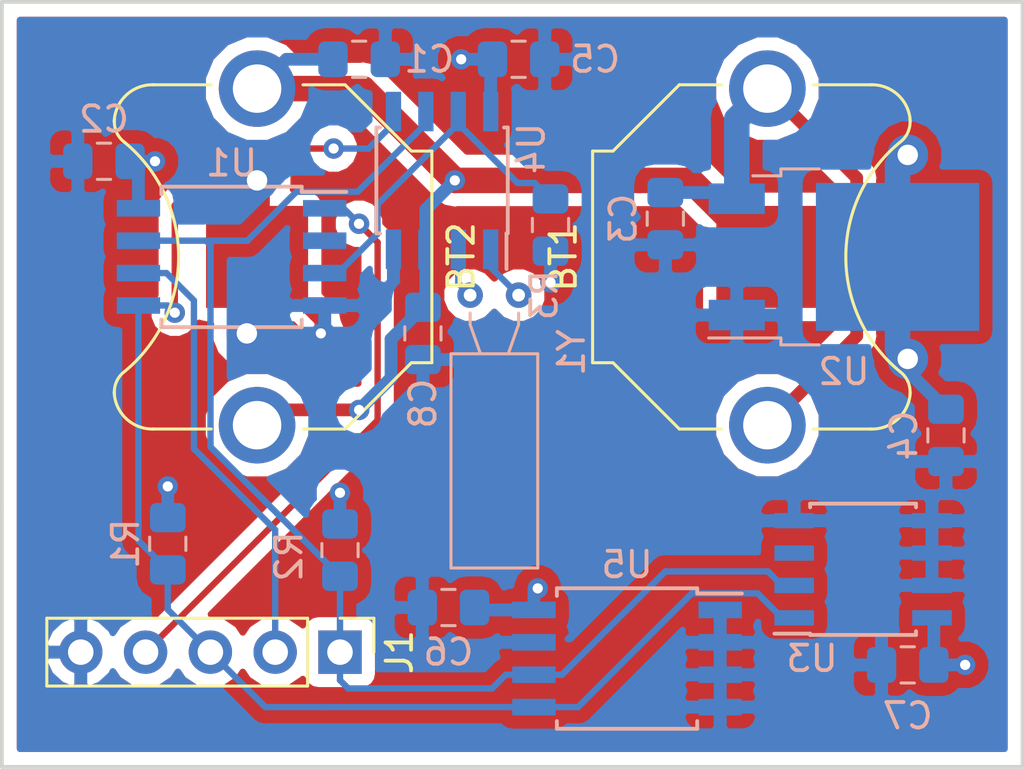
<source format=kicad_pcb>
(kicad_pcb (version 20171130) (host pcbnew "(5.0.2)-1")

  (general
    (thickness 1.6)
    (drawings 6)
    (tracks 135)
    (zones 0)
    (modules 20)
    (nets 14)
  )

  (page A4)
  (layers
    (0 F.Cu signal)
    (31 B.Cu signal)
    (32 B.Adhes user)
    (33 F.Adhes user)
    (34 B.Paste user)
    (35 F.Paste user)
    (36 B.SilkS user)
    (37 F.SilkS user)
    (38 B.Mask user)
    (39 F.Mask user)
    (40 Dwgs.User user hide)
    (41 Cmts.User user hide)
    (42 Eco1.User user)
    (43 Eco2.User user)
    (44 Edge.Cuts user)
    (45 Margin user hide)
    (46 B.CrtYd user hide)
    (47 F.CrtYd user hide)
    (48 B.Fab user hide)
    (49 F.Fab user hide)
  )

  (setup
    (last_trace_width 0.25)
    (user_trace_width 0.5)
    (user_trace_width 1)
    (trace_clearance 0.2)
    (zone_clearance 0.508)
    (zone_45_only no)
    (trace_min 0.2)
    (segment_width 0.2)
    (edge_width 0.15)
    (via_size 0.8)
    (via_drill 0.4)
    (via_min_size 0.4)
    (via_min_drill 0.3)
    (user_via 1.6 0.8)
    (uvia_size 0.3)
    (uvia_drill 0.1)
    (uvias_allowed no)
    (uvia_min_size 0.2)
    (uvia_min_drill 0.1)
    (pcb_text_width 0.3)
    (pcb_text_size 1.5 1.5)
    (mod_edge_width 0.15)
    (mod_text_size 1 1)
    (mod_text_width 0.15)
    (pad_size 1.524 1.524)
    (pad_drill 0.762)
    (pad_to_mask_clearance 0.051)
    (solder_mask_min_width 0.25)
    (aux_axis_origin 0 0)
    (visible_elements 7FFFFFFF)
    (pcbplotparams
      (layerselection 0x010fc_ffffffff)
      (usegerberextensions false)
      (usegerberattributes false)
      (usegerberadvancedattributes false)
      (creategerberjobfile false)
      (excludeedgelayer true)
      (linewidth 0.100000)
      (plotframeref false)
      (viasonmask false)
      (mode 1)
      (useauxorigin false)
      (hpglpennumber 1)
      (hpglpenspeed 20)
      (hpglpendiameter 15.000000)
      (psnegative false)
      (psa4output false)
      (plotreference true)
      (plotvalue true)
      (plotinvisibletext false)
      (padsonsilk false)
      (subtractmaskfromsilk false)
      (outputformat 1)
      (mirror false)
      (drillshape 1)
      (scaleselection 1)
      (outputdirectory ""))
  )

  (net 0 "")
  (net 1 +BATT)
  (net 2 +6V)
  (net 3 GND)
  (net 4 +5V)
  (net 5 /SCL)
  (net 6 /MISO)
  (net 7 /SDA)
  (net 8 /~RESET)
  (net 9 /SQW)
  (net 10 "Net-(U1-Pad2)")
  (net 11 "Net-(U3-Pad3)")
  (net 12 "Net-(U4-Pad1)")
  (net 13 "Net-(U4-Pad2)")

  (net_class Default "This is the default net class."
    (clearance 0.2)
    (trace_width 0.25)
    (via_dia 0.8)
    (via_drill 0.4)
    (uvia_dia 0.3)
    (uvia_drill 0.1)
    (add_net +5V)
    (add_net +6V)
    (add_net +BATT)
    (add_net /MISO)
    (add_net /SCL)
    (add_net /SDA)
    (add_net /SQW)
    (add_net /~RESET)
    (add_net GND)
    (add_net "Net-(U1-Pad2)")
    (add_net "Net-(U3-Pad3)")
    (add_net "Net-(U4-Pad1)")
    (add_net "Net-(U4-Pad2)")
  )

  (module Capacitor_SMD:C_0805_2012Metric_Pad1.15x1.40mm_HandSolder (layer B.Cu) (tedit 5B36C52B) (tstamp 5EF086A4)
    (at 115.5 106 180)
    (descr "Capacitor SMD 0805 (2012 Metric), square (rectangular) end terminal, IPC_7351 nominal with elongated pad for handsoldering. (Body size source: https://docs.google.com/spreadsheets/d/1BsfQQcO9C6DZCsRaXUlFlo91Tg2WpOkGARC1WS5S8t0/edit?usp=sharing), generated with kicad-footprint-generator")
    (tags "capacitor handsolder")
    (path /5ED0B68A)
    (attr smd)
    (fp_text reference C7 (at 0 -2 180) (layer B.SilkS)
      (effects (font (size 1 1) (thickness 0.15)) (justify mirror))
    )
    (fp_text value 100n (at 0 -1.65 180) (layer B.Fab)
      (effects (font (size 1 1) (thickness 0.15)) (justify mirror))
    )
    (fp_line (start -1 -0.6) (end -1 0.6) (layer B.Fab) (width 0.1))
    (fp_line (start -1 0.6) (end 1 0.6) (layer B.Fab) (width 0.1))
    (fp_line (start 1 0.6) (end 1 -0.6) (layer B.Fab) (width 0.1))
    (fp_line (start 1 -0.6) (end -1 -0.6) (layer B.Fab) (width 0.1))
    (fp_line (start -0.261252 0.71) (end 0.261252 0.71) (layer B.SilkS) (width 0.12))
    (fp_line (start -0.261252 -0.71) (end 0.261252 -0.71) (layer B.SilkS) (width 0.12))
    (fp_line (start -1.85 -0.95) (end -1.85 0.95) (layer B.CrtYd) (width 0.05))
    (fp_line (start -1.85 0.95) (end 1.85 0.95) (layer B.CrtYd) (width 0.05))
    (fp_line (start 1.85 0.95) (end 1.85 -0.95) (layer B.CrtYd) (width 0.05))
    (fp_line (start 1.85 -0.95) (end -1.85 -0.95) (layer B.CrtYd) (width 0.05))
    (fp_text user %R (at 0 0 180) (layer B.Fab)
      (effects (font (size 0.5 0.5) (thickness 0.08)) (justify mirror))
    )
    (pad 1 smd roundrect (at -1.025 0 180) (size 1.15 1.4) (layers B.Cu B.Paste B.Mask) (roundrect_rratio 0.217391)
      (net 4 +5V))
    (pad 2 smd roundrect (at 1.025 0 180) (size 1.15 1.4) (layers B.Cu B.Paste B.Mask) (roundrect_rratio 0.217391)
      (net 3 GND))
    (model ${KISYS3DMOD}/Capacitor_SMD.3dshapes/C_0805_2012Metric.wrl
      (at (xyz 0 0 0))
      (scale (xyz 1 1 1))
      (rotate (xyz 0 0 0))
    )
  )

  (module Resistor_SMD:R_0805_2012Metric_Pad1.15x1.40mm_HandSolder (layer B.Cu) (tedit 5B36C52B) (tstamp 5EFCC523)
    (at 101.5 88.75 90)
    (descr "Resistor SMD 0805 (2012 Metric), square (rectangular) end terminal, IPC_7351 nominal with elongated pad for handsoldering. (Body size source: https://docs.google.com/spreadsheets/d/1BsfQQcO9C6DZCsRaXUlFlo91Tg2WpOkGARC1WS5S8t0/edit?usp=sharing), generated with kicad-footprint-generator")
    (tags "resistor handsolder")
    (path /5ED847D7)
    (attr smd)
    (fp_text reference R3 (at -2.75 -0.25 90) (layer B.SilkS)
      (effects (font (size 1 1) (thickness 0.15)) (justify mirror))
    )
    (fp_text value 10k (at 0 -1.65 90) (layer B.Fab)
      (effects (font (size 1 1) (thickness 0.15)) (justify mirror))
    )
    (fp_line (start -1 -0.6) (end -1 0.6) (layer B.Fab) (width 0.1))
    (fp_line (start -1 0.6) (end 1 0.6) (layer B.Fab) (width 0.1))
    (fp_line (start 1 0.6) (end 1 -0.6) (layer B.Fab) (width 0.1))
    (fp_line (start 1 -0.6) (end -1 -0.6) (layer B.Fab) (width 0.1))
    (fp_line (start -0.261252 0.71) (end 0.261252 0.71) (layer B.SilkS) (width 0.12))
    (fp_line (start -0.261252 -0.71) (end 0.261252 -0.71) (layer B.SilkS) (width 0.12))
    (fp_line (start -1.85 -0.95) (end -1.85 0.95) (layer B.CrtYd) (width 0.05))
    (fp_line (start -1.85 0.95) (end 1.85 0.95) (layer B.CrtYd) (width 0.05))
    (fp_line (start 1.85 0.95) (end 1.85 -0.95) (layer B.CrtYd) (width 0.05))
    (fp_line (start 1.85 -0.95) (end -1.85 -0.95) (layer B.CrtYd) (width 0.05))
    (fp_text user %R (at 0 0 90) (layer B.Fab)
      (effects (font (size 0.5 0.5) (thickness 0.08)) (justify mirror))
    )
    (pad 1 smd roundrect (at -1.025 0 90) (size 1.15 1.4) (layers B.Cu B.Paste B.Mask) (roundrect_rratio 0.217391)
      (net 4 +5V))
    (pad 2 smd roundrect (at 1.025 0 90) (size 1.15 1.4) (layers B.Cu B.Paste B.Mask) (roundrect_rratio 0.217391)
      (net 9 /SQW))
    (model ${KISYS3DMOD}/Resistor_SMD.3dshapes/R_0805_2012Metric.wrl
      (at (xyz 0 0 0))
      (scale (xyz 1 1 1))
      (rotate (xyz 0 0 0))
    )
  )

  (module Capacitor_SMD:C_0805_2012Metric_Pad1.15x1.40mm_HandSolder (layer B.Cu) (tedit 5B36C52B) (tstamp 5EF086B5)
    (at 96.5 93 270)
    (descr "Capacitor SMD 0805 (2012 Metric), square (rectangular) end terminal, IPC_7351 nominal with elongated pad for handsoldering. (Body size source: https://docs.google.com/spreadsheets/d/1BsfQQcO9C6DZCsRaXUlFlo91Tg2WpOkGARC1WS5S8t0/edit?usp=sharing), generated with kicad-footprint-generator")
    (tags "capacitor handsolder")
    (path /5ED1C3A4)
    (attr smd)
    (fp_text reference C8 (at 2.75 0 270) (layer B.SilkS)
      (effects (font (size 1 1) (thickness 0.15)) (justify mirror))
    )
    (fp_text value 100n (at 0 -1.65 270) (layer B.Fab)
      (effects (font (size 1 1) (thickness 0.15)) (justify mirror))
    )
    (fp_line (start -1 -0.6) (end -1 0.6) (layer B.Fab) (width 0.1))
    (fp_line (start -1 0.6) (end 1 0.6) (layer B.Fab) (width 0.1))
    (fp_line (start 1 0.6) (end 1 -0.6) (layer B.Fab) (width 0.1))
    (fp_line (start 1 -0.6) (end -1 -0.6) (layer B.Fab) (width 0.1))
    (fp_line (start -0.261252 0.71) (end 0.261252 0.71) (layer B.SilkS) (width 0.12))
    (fp_line (start -0.261252 -0.71) (end 0.261252 -0.71) (layer B.SilkS) (width 0.12))
    (fp_line (start -1.85 -0.95) (end -1.85 0.95) (layer B.CrtYd) (width 0.05))
    (fp_line (start -1.85 0.95) (end 1.85 0.95) (layer B.CrtYd) (width 0.05))
    (fp_line (start 1.85 0.95) (end 1.85 -0.95) (layer B.CrtYd) (width 0.05))
    (fp_line (start 1.85 -0.95) (end -1.85 -0.95) (layer B.CrtYd) (width 0.05))
    (fp_text user %R (at 0 0 270) (layer B.Fab)
      (effects (font (size 0.5 0.5) (thickness 0.08)) (justify mirror))
    )
    (pad 1 smd roundrect (at -1.025 0 270) (size 1.15 1.4) (layers B.Cu B.Paste B.Mask) (roundrect_rratio 0.217391)
      (net 1 +BATT))
    (pad 2 smd roundrect (at 1.025 0 270) (size 1.15 1.4) (layers B.Cu B.Paste B.Mask) (roundrect_rratio 0.217391)
      (net 3 GND))
    (model ${KISYS3DMOD}/Capacitor_SMD.3dshapes/C_0805_2012Metric.wrl
      (at (xyz 0 0 0))
      (scale (xyz 1 1 1))
      (rotate (xyz 0 0 0))
    )
  )

  (module Package_SO:SOIC-8_3.9x4.9mm_P1.27mm (layer B.Cu) (tedit 5A02F2D3) (tstamp 5EF0874E)
    (at 113.75 102.25)
    (descr "8-Lead Plastic Small Outline (SN) - Narrow, 3.90 mm Body [SOIC] (see Microchip Packaging Specification http://ww1.microchip.com/downloads/en/PackagingSpec/00000049BQ.pdf)")
    (tags "SOIC 1.27")
    (path /5ED05C32)
    (attr smd)
    (fp_text reference U3 (at -2 3.5) (layer B.SilkS)
      (effects (font (size 1 1) (thickness 0.15)) (justify mirror))
    )
    (fp_text value MCP9801 (at 0 -3.5) (layer B.Fab)
      (effects (font (size 1 1) (thickness 0.15)) (justify mirror))
    )
    (fp_line (start -2.075 2.525) (end -3.475 2.525) (layer B.SilkS) (width 0.15))
    (fp_line (start -2.075 -2.575) (end 2.075 -2.575) (layer B.SilkS) (width 0.15))
    (fp_line (start -2.075 2.575) (end 2.075 2.575) (layer B.SilkS) (width 0.15))
    (fp_line (start -2.075 -2.575) (end -2.075 -2.43) (layer B.SilkS) (width 0.15))
    (fp_line (start 2.075 -2.575) (end 2.075 -2.43) (layer B.SilkS) (width 0.15))
    (fp_line (start 2.075 2.575) (end 2.075 2.43) (layer B.SilkS) (width 0.15))
    (fp_line (start -2.075 2.575) (end -2.075 2.525) (layer B.SilkS) (width 0.15))
    (fp_line (start -3.73 -2.7) (end 3.73 -2.7) (layer B.CrtYd) (width 0.05))
    (fp_line (start -3.73 2.7) (end 3.73 2.7) (layer B.CrtYd) (width 0.05))
    (fp_line (start 3.73 2.7) (end 3.73 -2.7) (layer B.CrtYd) (width 0.05))
    (fp_line (start -3.73 2.7) (end -3.73 -2.7) (layer B.CrtYd) (width 0.05))
    (fp_line (start -1.95 1.45) (end -0.95 2.45) (layer B.Fab) (width 0.1))
    (fp_line (start -1.95 -2.45) (end -1.95 1.45) (layer B.Fab) (width 0.1))
    (fp_line (start 1.95 -2.45) (end -1.95 -2.45) (layer B.Fab) (width 0.1))
    (fp_line (start 1.95 2.45) (end 1.95 -2.45) (layer B.Fab) (width 0.1))
    (fp_line (start -0.95 2.45) (end 1.95 2.45) (layer B.Fab) (width 0.1))
    (fp_text user %R (at 0 0) (layer B.Fab)
      (effects (font (size 1 1) (thickness 0.15)) (justify mirror))
    )
    (pad 8 smd rect (at 2.7 1.905) (size 1.55 0.6) (layers B.Cu B.Paste B.Mask)
      (net 4 +5V))
    (pad 7 smd rect (at 2.7 0.635) (size 1.55 0.6) (layers B.Cu B.Paste B.Mask)
      (net 3 GND))
    (pad 6 smd rect (at 2.7 -0.635) (size 1.55 0.6) (layers B.Cu B.Paste B.Mask)
      (net 3 GND))
    (pad 5 smd rect (at 2.7 -1.905) (size 1.55 0.6) (layers B.Cu B.Paste B.Mask)
      (net 3 GND))
    (pad 4 smd rect (at -2.7 -1.905) (size 1.55 0.6) (layers B.Cu B.Paste B.Mask)
      (net 3 GND))
    (pad 3 smd rect (at -2.7 -0.635) (size 1.55 0.6) (layers B.Cu B.Paste B.Mask)
      (net 11 "Net-(U3-Pad3)"))
    (pad 2 smd rect (at -2.7 0.635) (size 1.55 0.6) (layers B.Cu B.Paste B.Mask)
      (net 5 /SCL))
    (pad 1 smd rect (at -2.7 1.905) (size 1.55 0.6) (layers B.Cu B.Paste B.Mask)
      (net 7 /SDA))
    (model ${KISYS3DMOD}/Package_SO.3dshapes/SOIC-8_3.9x4.9mm_P1.27mm.wrl
      (at (xyz 0 0 0))
      (scale (xyz 1 1 1))
      (rotate (xyz 0 0 0))
    )
  )

  (module Battery:BatteryHolder_Keystone_3001_1x12mm (layer F.Cu) (tedit 58972363) (tstamp 5F1E28E7)
    (at 110 90 90)
    (descr http://www.keyelco.com/product-pdf.cfm?p=778)
    (tags "Keystone type 3001 coin cell retainer")
    (path /5ED073D8)
    (fp_text reference BT1 (at 0 -8 90) (layer F.SilkS)
      (effects (font (size 1 1) (thickness 0.15)))
    )
    (fp_text value Battery_Cell (at 0 7.5 90) (layer F.Fab)
      (effects (font (size 1 1) (thickness 0.15)))
    )
    (fp_line (start -4 -6.7) (end 4 -6.7) (layer F.Fab) (width 0.1))
    (fp_line (start -4 -6.7) (end -4 -6) (layer F.Fab) (width 0.1))
    (fp_line (start 4 -6.7) (end 4 -6) (layer F.Fab) (width 0.1))
    (fp_line (start -4 -6) (end -6.6 -3.4) (layer F.Fab) (width 0.1))
    (fp_line (start 4 -6) (end 6.6 -3.4) (layer F.Fab) (width 0.1))
    (fp_line (start -6.6 -3.4) (end -6.6 4.1) (layer F.Fab) (width 0.1))
    (fp_line (start 6.6 -3.4) (end 6.6 4.1) (layer F.Fab) (width 0.1))
    (fp_arc (start -5.25 4.1) (end -5.3 5.45) (angle 90) (layer F.Fab) (width 0.1))
    (fp_line (start 6.75 -3.45) (end 6.75 -1.8) (layer F.SilkS) (width 0.12))
    (fp_line (start 4.15 -6.05) (end 6.75 -3.45) (layer F.SilkS) (width 0.12))
    (fp_line (start 4.15 -6.85) (end 4.15 -6.05) (layer F.SilkS) (width 0.12))
    (fp_line (start -4.15 -6.85) (end 4.15 -6.85) (layer F.SilkS) (width 0.12))
    (fp_line (start -4.15 -6.05) (end -4.15 -6.85) (layer F.SilkS) (width 0.12))
    (fp_line (start -6.75 -3.45) (end -4.15 -6.05) (layer F.SilkS) (width 0.12))
    (fp_line (start -6.75 -1.8) (end -6.75 -3.45) (layer F.SilkS) (width 0.12))
    (fp_line (start -7.25 -1.95) (end -7.25 -3.8) (layer F.CrtYd) (width 0.05))
    (fp_line (start -7.25 -3.8) (end -4.65 -6.4) (layer F.CrtYd) (width 0.05))
    (fp_line (start -4.65 -6.4) (end -4.65 -7.35) (layer F.CrtYd) (width 0.05))
    (fp_line (start -4.65 -7.35) (end 4.65 -7.35) (layer F.CrtYd) (width 0.05))
    (fp_line (start 4.65 -6.4) (end 4.65 -7.35) (layer F.CrtYd) (width 0.05))
    (fp_line (start 7.25 -3.8) (end 4.65 -6.4) (layer F.CrtYd) (width 0.05))
    (fp_line (start 7.25 -1.95) (end 7.25 -3.8) (layer F.CrtYd) (width 0.05))
    (fp_arc (start 5.25 4.1) (end 5.3 5.45) (angle -90) (layer F.Fab) (width 0.1))
    (fp_line (start -6.75 1.8) (end -6.75 4.1) (layer F.SilkS) (width 0.12))
    (fp_line (start 6.75 1.8) (end 6.75 4.1) (layer F.SilkS) (width 0.12))
    (fp_line (start 7.25 1.95) (end 7.25 4.1) (layer F.CrtYd) (width 0.05))
    (fp_line (start -7.25 1.95) (end -7.25 4.1) (layer F.CrtYd) (width 0.05))
    (fp_arc (start -5.25 4.1) (end -5.3 6.1) (angle 90) (layer F.CrtYd) (width 0.05))
    (fp_arc (start -5.25 4.1) (end -5.3 5.6) (angle 90) (layer F.SilkS) (width 0.12))
    (fp_arc (start 5.25 4.1) (end 5.3 5.6) (angle -90) (layer F.SilkS) (width 0.12))
    (fp_arc (start 0 8.9) (end -4.6 5.1) (angle 101) (layer F.Fab) (width 0.1))
    (fp_arc (start -5.29 4.6) (end -4.6 5.1) (angle 60) (layer F.Fab) (width 0.1))
    (fp_arc (start 5.29 4.6) (end 4.6 5.1) (angle -60) (layer F.Fab) (width 0.1))
    (fp_arc (start 0 8.9) (end -4.5 5.2) (angle 101) (layer F.SilkS) (width 0.12))
    (fp_arc (start -5.29 4.6) (end -4.5 5.2) (angle 60) (layer F.SilkS) (width 0.12))
    (fp_arc (start 5.29 4.6) (end 4.5 5.2) (angle -60) (layer F.SilkS) (width 0.12))
    (fp_circle (center 0 0) (end 0 6.25) (layer Dwgs.User) (width 0.15))
    (fp_arc (start -6.6 0) (end -7.25 1.95) (angle 143) (layer F.CrtYd) (width 0.05))
    (fp_arc (start 6.6 0) (end 7.25 1.95) (angle -143) (layer F.CrtYd) (width 0.05))
    (fp_arc (start -5.29 4.6) (end -4.22 5.65) (angle 54.1) (layer F.CrtYd) (width 0.05))
    (fp_arc (start 5.29 4.6) (end 4.22 5.65) (angle -54.1) (layer F.CrtYd) (width 0.05))
    (fp_arc (start 5.25 4.1) (end 5.3 6.1) (angle -90) (layer F.CrtYd) (width 0.05))
    (fp_arc (start 0 0) (end 0 6.75) (angle -36.6) (layer F.CrtYd) (width 0.05))
    (fp_arc (start 0.11 9.15) (end -4.22 5.65) (angle 3.1) (layer F.CrtYd) (width 0.05))
    (fp_arc (start 0.11 9.15) (end 4.22 5.65) (angle -3.1) (layer F.CrtYd) (width 0.05))
    (fp_arc (start 0 0) (end 0 6.75) (angle 36.6) (layer F.CrtYd) (width 0.05))
    (fp_text user %R (at 0 0 90) (layer F.Fab)
      (effects (font (size 1 1) (thickness 0.15)))
    )
    (pad 2 smd rect (at 0 0 90) (size 4 4) (layers F.Cu F.Mask)
      (net 1 +BATT))
    (pad 1 thru_hole circle (at 6.6 0 90) (size 3 3) (drill 1.9) (layers *.Cu *.Mask)
      (net 2 +6V))
    (pad 1 thru_hole circle (at -6.6 0 90) (size 3 3) (drill 1.9) (layers *.Cu *.Mask)
      (net 2 +6V))
    (model ${KISYS3DMOD}/Battery.3dshapes/BatteryHolder_Keystone_3001_1x12mm.wrl
      (at (xyz 0 0 0))
      (scale (xyz 1 1 1))
      (rotate (xyz 0 0 0))
    )
  )

  (module Battery:BatteryHolder_Keystone_3001_1x12mm (layer F.Cu) (tedit 58972363) (tstamp 5EF08D31)
    (at 90 90 270)
    (descr http://www.keyelco.com/product-pdf.cfm?p=778)
    (tags "Keystone type 3001 coin cell retainer")
    (path /5ED07D00)
    (fp_text reference BT2 (at 0 -8 270) (layer F.SilkS)
      (effects (font (size 1 1) (thickness 0.15)))
    )
    (fp_text value Battery_Cell (at 0 7.5 270) (layer F.Fab)
      (effects (font (size 1 1) (thickness 0.15)))
    )
    (fp_text user %R (at 0 0 270) (layer F.Fab)
      (effects (font (size 1 1) (thickness 0.15)))
    )
    (fp_arc (start 0 0) (end 0 6.75) (angle 36.6) (layer F.CrtYd) (width 0.05))
    (fp_arc (start 0.11 9.15) (end 4.22 5.65) (angle -3.1) (layer F.CrtYd) (width 0.05))
    (fp_arc (start 0.11 9.15) (end -4.22 5.65) (angle 3.1) (layer F.CrtYd) (width 0.05))
    (fp_arc (start 0 0) (end 0 6.75) (angle -36.6) (layer F.CrtYd) (width 0.05))
    (fp_arc (start 5.25 4.1) (end 5.3 6.1) (angle -90) (layer F.CrtYd) (width 0.05))
    (fp_arc (start 5.29 4.6) (end 4.22 5.65) (angle -54.1) (layer F.CrtYd) (width 0.05))
    (fp_arc (start -5.29 4.6) (end -4.22 5.65) (angle 54.1) (layer F.CrtYd) (width 0.05))
    (fp_arc (start 6.6 0) (end 7.25 1.95) (angle -143) (layer F.CrtYd) (width 0.05))
    (fp_arc (start -6.6 0) (end -7.25 1.95) (angle 143) (layer F.CrtYd) (width 0.05))
    (fp_circle (center 0 0) (end 0 6.25) (layer Dwgs.User) (width 0.15))
    (fp_arc (start 5.29 4.6) (end 4.5 5.2) (angle -60) (layer F.SilkS) (width 0.12))
    (fp_arc (start -5.29 4.6) (end -4.5 5.2) (angle 60) (layer F.SilkS) (width 0.12))
    (fp_arc (start 0 8.9) (end -4.5 5.2) (angle 101) (layer F.SilkS) (width 0.12))
    (fp_arc (start 5.29 4.6) (end 4.6 5.1) (angle -60) (layer F.Fab) (width 0.1))
    (fp_arc (start -5.29 4.6) (end -4.6 5.1) (angle 60) (layer F.Fab) (width 0.1))
    (fp_arc (start 0 8.9) (end -4.6 5.1) (angle 101) (layer F.Fab) (width 0.1))
    (fp_arc (start 5.25 4.1) (end 5.3 5.6) (angle -90) (layer F.SilkS) (width 0.12))
    (fp_arc (start -5.25 4.1) (end -5.3 5.6) (angle 90) (layer F.SilkS) (width 0.12))
    (fp_arc (start -5.25 4.1) (end -5.3 6.1) (angle 90) (layer F.CrtYd) (width 0.05))
    (fp_line (start -7.25 1.95) (end -7.25 4.1) (layer F.CrtYd) (width 0.05))
    (fp_line (start 7.25 1.95) (end 7.25 4.1) (layer F.CrtYd) (width 0.05))
    (fp_line (start 6.75 1.8) (end 6.75 4.1) (layer F.SilkS) (width 0.12))
    (fp_line (start -6.75 1.8) (end -6.75 4.1) (layer F.SilkS) (width 0.12))
    (fp_arc (start 5.25 4.1) (end 5.3 5.45) (angle -90) (layer F.Fab) (width 0.1))
    (fp_line (start 7.25 -1.95) (end 7.25 -3.8) (layer F.CrtYd) (width 0.05))
    (fp_line (start 7.25 -3.8) (end 4.65 -6.4) (layer F.CrtYd) (width 0.05))
    (fp_line (start 4.65 -6.4) (end 4.65 -7.35) (layer F.CrtYd) (width 0.05))
    (fp_line (start -4.65 -7.35) (end 4.65 -7.35) (layer F.CrtYd) (width 0.05))
    (fp_line (start -4.65 -6.4) (end -4.65 -7.35) (layer F.CrtYd) (width 0.05))
    (fp_line (start -7.25 -3.8) (end -4.65 -6.4) (layer F.CrtYd) (width 0.05))
    (fp_line (start -7.25 -1.95) (end -7.25 -3.8) (layer F.CrtYd) (width 0.05))
    (fp_line (start -6.75 -1.8) (end -6.75 -3.45) (layer F.SilkS) (width 0.12))
    (fp_line (start -6.75 -3.45) (end -4.15 -6.05) (layer F.SilkS) (width 0.12))
    (fp_line (start -4.15 -6.05) (end -4.15 -6.85) (layer F.SilkS) (width 0.12))
    (fp_line (start -4.15 -6.85) (end 4.15 -6.85) (layer F.SilkS) (width 0.12))
    (fp_line (start 4.15 -6.85) (end 4.15 -6.05) (layer F.SilkS) (width 0.12))
    (fp_line (start 4.15 -6.05) (end 6.75 -3.45) (layer F.SilkS) (width 0.12))
    (fp_line (start 6.75 -3.45) (end 6.75 -1.8) (layer F.SilkS) (width 0.12))
    (fp_arc (start -5.25 4.1) (end -5.3 5.45) (angle 90) (layer F.Fab) (width 0.1))
    (fp_line (start 6.6 -3.4) (end 6.6 4.1) (layer F.Fab) (width 0.1))
    (fp_line (start -6.6 -3.4) (end -6.6 4.1) (layer F.Fab) (width 0.1))
    (fp_line (start 4 -6) (end 6.6 -3.4) (layer F.Fab) (width 0.1))
    (fp_line (start -4 -6) (end -6.6 -3.4) (layer F.Fab) (width 0.1))
    (fp_line (start 4 -6.7) (end 4 -6) (layer F.Fab) (width 0.1))
    (fp_line (start -4 -6.7) (end -4 -6) (layer F.Fab) (width 0.1))
    (fp_line (start -4 -6.7) (end 4 -6.7) (layer F.Fab) (width 0.1))
    (pad 1 thru_hole circle (at -6.6 0 270) (size 3 3) (drill 1.9) (layers *.Cu *.Mask)
      (net 1 +BATT))
    (pad 1 thru_hole circle (at 6.6 0 270) (size 3 3) (drill 1.9) (layers *.Cu *.Mask)
      (net 1 +BATT))
    (pad 2 smd rect (at 0 0 270) (size 4 4) (layers F.Cu F.Mask)
      (net 3 GND))
    (model ${KISYS3DMOD}/Battery.3dshapes/BatteryHolder_Keystone_3001_1x12mm.wrl
      (at (xyz 0 0 0))
      (scale (xyz 1 1 1))
      (rotate (xyz 0 0 0))
    )
  )

  (module Capacitor_SMD:C_0805_2012Metric_Pad1.15x1.40mm_HandSolder (layer B.Cu) (tedit 5B36C52B) (tstamp 5EF0863E)
    (at 94 82.25)
    (descr "Capacitor SMD 0805 (2012 Metric), square (rectangular) end terminal, IPC_7351 nominal with elongated pad for handsoldering. (Body size source: https://docs.google.com/spreadsheets/d/1BsfQQcO9C6DZCsRaXUlFlo91Tg2WpOkGARC1WS5S8t0/edit?usp=sharing), generated with kicad-footprint-generator")
    (tags "capacitor handsolder")
    (path /5ED1C3AA)
    (attr smd)
    (fp_text reference C1 (at 2.75 0) (layer B.SilkS)
      (effects (font (size 1 1) (thickness 0.15)) (justify mirror))
    )
    (fp_text value 4.7u (at 0 -1.65) (layer B.Fab)
      (effects (font (size 1 1) (thickness 0.15)) (justify mirror))
    )
    (fp_text user %R (at 0 0) (layer B.Fab)
      (effects (font (size 0.5 0.5) (thickness 0.08)) (justify mirror))
    )
    (fp_line (start 1.85 -0.95) (end -1.85 -0.95) (layer B.CrtYd) (width 0.05))
    (fp_line (start 1.85 0.95) (end 1.85 -0.95) (layer B.CrtYd) (width 0.05))
    (fp_line (start -1.85 0.95) (end 1.85 0.95) (layer B.CrtYd) (width 0.05))
    (fp_line (start -1.85 -0.95) (end -1.85 0.95) (layer B.CrtYd) (width 0.05))
    (fp_line (start -0.261252 -0.71) (end 0.261252 -0.71) (layer B.SilkS) (width 0.12))
    (fp_line (start -0.261252 0.71) (end 0.261252 0.71) (layer B.SilkS) (width 0.12))
    (fp_line (start 1 -0.6) (end -1 -0.6) (layer B.Fab) (width 0.1))
    (fp_line (start 1 0.6) (end 1 -0.6) (layer B.Fab) (width 0.1))
    (fp_line (start -1 0.6) (end 1 0.6) (layer B.Fab) (width 0.1))
    (fp_line (start -1 -0.6) (end -1 0.6) (layer B.Fab) (width 0.1))
    (pad 2 smd roundrect (at 1.025 0) (size 1.15 1.4) (layers B.Cu B.Paste B.Mask) (roundrect_rratio 0.217391)
      (net 3 GND))
    (pad 1 smd roundrect (at -1.025 0) (size 1.15 1.4) (layers B.Cu B.Paste B.Mask) (roundrect_rratio 0.217391)
      (net 1 +BATT))
    (model ${KISYS3DMOD}/Capacitor_SMD.3dshapes/C_0805_2012Metric.wrl
      (at (xyz 0 0 0))
      (scale (xyz 1 1 1))
      (rotate (xyz 0 0 0))
    )
  )

  (module Capacitor_SMD:C_0805_2012Metric_Pad1.15x1.40mm_HandSolder (layer B.Cu) (tedit 5B36C52B) (tstamp 5EFCEF91)
    (at 84 86.25 180)
    (descr "Capacitor SMD 0805 (2012 Metric), square (rectangular) end terminal, IPC_7351 nominal with elongated pad for handsoldering. (Body size source: https://docs.google.com/spreadsheets/d/1BsfQQcO9C6DZCsRaXUlFlo91Tg2WpOkGARC1WS5S8t0/edit?usp=sharing), generated with kicad-footprint-generator")
    (tags "capacitor handsolder")
    (path /5ED09F32)
    (attr smd)
    (fp_text reference C2 (at 0 1.65 180) (layer B.SilkS)
      (effects (font (size 1 1) (thickness 0.15)) (justify mirror))
    )
    (fp_text value 100n (at 0 -1.65 180) (layer B.Fab)
      (effects (font (size 1 1) (thickness 0.15)) (justify mirror))
    )
    (fp_line (start -1 -0.6) (end -1 0.6) (layer B.Fab) (width 0.1))
    (fp_line (start -1 0.6) (end 1 0.6) (layer B.Fab) (width 0.1))
    (fp_line (start 1 0.6) (end 1 -0.6) (layer B.Fab) (width 0.1))
    (fp_line (start 1 -0.6) (end -1 -0.6) (layer B.Fab) (width 0.1))
    (fp_line (start -0.261252 0.71) (end 0.261252 0.71) (layer B.SilkS) (width 0.12))
    (fp_line (start -0.261252 -0.71) (end 0.261252 -0.71) (layer B.SilkS) (width 0.12))
    (fp_line (start -1.85 -0.95) (end -1.85 0.95) (layer B.CrtYd) (width 0.05))
    (fp_line (start -1.85 0.95) (end 1.85 0.95) (layer B.CrtYd) (width 0.05))
    (fp_line (start 1.85 0.95) (end 1.85 -0.95) (layer B.CrtYd) (width 0.05))
    (fp_line (start 1.85 -0.95) (end -1.85 -0.95) (layer B.CrtYd) (width 0.05))
    (fp_text user %R (at 0 0 180) (layer B.Fab)
      (effects (font (size 0.5 0.5) (thickness 0.08)) (justify mirror))
    )
    (pad 1 smd roundrect (at -1.025 0 180) (size 1.15 1.4) (layers B.Cu B.Paste B.Mask) (roundrect_rratio 0.217391)
      (net 4 +5V))
    (pad 2 smd roundrect (at 1.025 0 180) (size 1.15 1.4) (layers B.Cu B.Paste B.Mask) (roundrect_rratio 0.217391)
      (net 3 GND))
    (model ${KISYS3DMOD}/Capacitor_SMD.3dshapes/C_0805_2012Metric.wrl
      (at (xyz 0 0 0))
      (scale (xyz 1 1 1))
      (rotate (xyz 0 0 0))
    )
  )

  (module Capacitor_SMD:C_0805_2012Metric_Pad1.15x1.40mm_HandSolder (layer B.Cu) (tedit 5B36C52B) (tstamp 5EFCEF40)
    (at 106 88.5 270)
    (descr "Capacitor SMD 0805 (2012 Metric), square (rectangular) end terminal, IPC_7351 nominal with elongated pad for handsoldering. (Body size source: https://docs.google.com/spreadsheets/d/1BsfQQcO9C6DZCsRaXUlFlo91Tg2WpOkGARC1WS5S8t0/edit?usp=sharing), generated with kicad-footprint-generator")
    (tags "capacitor handsolder")
    (path /5ED1818D)
    (attr smd)
    (fp_text reference C3 (at 0 1.65 270) (layer B.SilkS)
      (effects (font (size 1 1) (thickness 0.15)) (justify mirror))
    )
    (fp_text value 4.7u (at 0 -1.65 270) (layer B.Fab)
      (effects (font (size 1 1) (thickness 0.15)) (justify mirror))
    )
    (fp_text user %R (at 0 0 270) (layer B.Fab)
      (effects (font (size 0.5 0.5) (thickness 0.08)) (justify mirror))
    )
    (fp_line (start 1.85 -0.95) (end -1.85 -0.95) (layer B.CrtYd) (width 0.05))
    (fp_line (start 1.85 0.95) (end 1.85 -0.95) (layer B.CrtYd) (width 0.05))
    (fp_line (start -1.85 0.95) (end 1.85 0.95) (layer B.CrtYd) (width 0.05))
    (fp_line (start -1.85 -0.95) (end -1.85 0.95) (layer B.CrtYd) (width 0.05))
    (fp_line (start -0.261252 -0.71) (end 0.261252 -0.71) (layer B.SilkS) (width 0.12))
    (fp_line (start -0.261252 0.71) (end 0.261252 0.71) (layer B.SilkS) (width 0.12))
    (fp_line (start 1 -0.6) (end -1 -0.6) (layer B.Fab) (width 0.1))
    (fp_line (start 1 0.6) (end 1 -0.6) (layer B.Fab) (width 0.1))
    (fp_line (start -1 0.6) (end 1 0.6) (layer B.Fab) (width 0.1))
    (fp_line (start -1 -0.6) (end -1 0.6) (layer B.Fab) (width 0.1))
    (pad 2 smd roundrect (at 1.025 0 270) (size 1.15 1.4) (layers B.Cu B.Paste B.Mask) (roundrect_rratio 0.217391)
      (net 3 GND))
    (pad 1 smd roundrect (at -1.025 0 270) (size 1.15 1.4) (layers B.Cu B.Paste B.Mask) (roundrect_rratio 0.217391)
      (net 2 +6V))
    (model ${KISYS3DMOD}/Capacitor_SMD.3dshapes/C_0805_2012Metric.wrl
      (at (xyz 0 0 0))
      (scale (xyz 1 1 1))
      (rotate (xyz 0 0 0))
    )
  )

  (module Capacitor_SMD:C_0805_2012Metric_Pad1.15x1.40mm_HandSolder (layer B.Cu) (tedit 5B36C52B) (tstamp 5EF08671)
    (at 117 97 270)
    (descr "Capacitor SMD 0805 (2012 Metric), square (rectangular) end terminal, IPC_7351 nominal with elongated pad for handsoldering. (Body size source: https://docs.google.com/spreadsheets/d/1BsfQQcO9C6DZCsRaXUlFlo91Tg2WpOkGARC1WS5S8t0/edit?usp=sharing), generated with kicad-footprint-generator")
    (tags "capacitor handsolder")
    (path /5ED0BFC4)
    (attr smd)
    (fp_text reference C4 (at 0 1.65 270) (layer B.SilkS)
      (effects (font (size 1 1) (thickness 0.15)) (justify mirror))
    )
    (fp_text value 4.7u (at 0 -1.65 270) (layer B.Fab)
      (effects (font (size 1 1) (thickness 0.15)) (justify mirror))
    )
    (fp_text user %R (at 0 0 270) (layer B.Fab)
      (effects (font (size 0.5 0.5) (thickness 0.08)) (justify mirror))
    )
    (fp_line (start 1.85 -0.95) (end -1.85 -0.95) (layer B.CrtYd) (width 0.05))
    (fp_line (start 1.85 0.95) (end 1.85 -0.95) (layer B.CrtYd) (width 0.05))
    (fp_line (start -1.85 0.95) (end 1.85 0.95) (layer B.CrtYd) (width 0.05))
    (fp_line (start -1.85 -0.95) (end -1.85 0.95) (layer B.CrtYd) (width 0.05))
    (fp_line (start -0.261252 -0.71) (end 0.261252 -0.71) (layer B.SilkS) (width 0.12))
    (fp_line (start -0.261252 0.71) (end 0.261252 0.71) (layer B.SilkS) (width 0.12))
    (fp_line (start 1 -0.6) (end -1 -0.6) (layer B.Fab) (width 0.1))
    (fp_line (start 1 0.6) (end 1 -0.6) (layer B.Fab) (width 0.1))
    (fp_line (start -1 0.6) (end 1 0.6) (layer B.Fab) (width 0.1))
    (fp_line (start -1 -0.6) (end -1 0.6) (layer B.Fab) (width 0.1))
    (pad 2 smd roundrect (at 1.025 0 270) (size 1.15 1.4) (layers B.Cu B.Paste B.Mask) (roundrect_rratio 0.217391)
      (net 3 GND))
    (pad 1 smd roundrect (at -1.025 0 270) (size 1.15 1.4) (layers B.Cu B.Paste B.Mask) (roundrect_rratio 0.217391)
      (net 4 +5V))
    (model ${KISYS3DMOD}/Capacitor_SMD.3dshapes/C_0805_2012Metric.wrl
      (at (xyz 0 0 0))
      (scale (xyz 1 1 1))
      (rotate (xyz 0 0 0))
    )
  )

  (module Capacitor_SMD:C_0805_2012Metric_Pad1.15x1.40mm_HandSolder (layer B.Cu) (tedit 5B36C52B) (tstamp 5EF08682)
    (at 100.25 82.25)
    (descr "Capacitor SMD 0805 (2012 Metric), square (rectangular) end terminal, IPC_7351 nominal with elongated pad for handsoldering. (Body size source: https://docs.google.com/spreadsheets/d/1BsfQQcO9C6DZCsRaXUlFlo91Tg2WpOkGARC1WS5S8t0/edit?usp=sharing), generated with kicad-footprint-generator")
    (tags "capacitor handsolder")
    (path /5ED0B8DB)
    (attr smd)
    (fp_text reference C5 (at 3 0) (layer B.SilkS)
      (effects (font (size 1 1) (thickness 0.15)) (justify mirror))
    )
    (fp_text value 100n (at 0 -1.65) (layer B.Fab)
      (effects (font (size 1 1) (thickness 0.15)) (justify mirror))
    )
    (fp_line (start -1 -0.6) (end -1 0.6) (layer B.Fab) (width 0.1))
    (fp_line (start -1 0.6) (end 1 0.6) (layer B.Fab) (width 0.1))
    (fp_line (start 1 0.6) (end 1 -0.6) (layer B.Fab) (width 0.1))
    (fp_line (start 1 -0.6) (end -1 -0.6) (layer B.Fab) (width 0.1))
    (fp_line (start -0.261252 0.71) (end 0.261252 0.71) (layer B.SilkS) (width 0.12))
    (fp_line (start -0.261252 -0.71) (end 0.261252 -0.71) (layer B.SilkS) (width 0.12))
    (fp_line (start -1.85 -0.95) (end -1.85 0.95) (layer B.CrtYd) (width 0.05))
    (fp_line (start -1.85 0.95) (end 1.85 0.95) (layer B.CrtYd) (width 0.05))
    (fp_line (start 1.85 0.95) (end 1.85 -0.95) (layer B.CrtYd) (width 0.05))
    (fp_line (start 1.85 -0.95) (end -1.85 -0.95) (layer B.CrtYd) (width 0.05))
    (fp_text user %R (at 0 0) (layer B.Fab)
      (effects (font (size 0.5 0.5) (thickness 0.08)) (justify mirror))
    )
    (pad 1 smd roundrect (at -1.025 0) (size 1.15 1.4) (layers B.Cu B.Paste B.Mask) (roundrect_rratio 0.217391)
      (net 4 +5V))
    (pad 2 smd roundrect (at 1.025 0) (size 1.15 1.4) (layers B.Cu B.Paste B.Mask) (roundrect_rratio 0.217391)
      (net 3 GND))
    (model ${KISYS3DMOD}/Capacitor_SMD.3dshapes/C_0805_2012Metric.wrl
      (at (xyz 0 0 0))
      (scale (xyz 1 1 1))
      (rotate (xyz 0 0 0))
    )
  )

  (module Capacitor_SMD:C_0805_2012Metric_Pad1.15x1.40mm_HandSolder (layer B.Cu) (tedit 5B36C52B) (tstamp 5EF08693)
    (at 97.5 103.75 180)
    (descr "Capacitor SMD 0805 (2012 Metric), square (rectangular) end terminal, IPC_7351 nominal with elongated pad for handsoldering. (Body size source: https://docs.google.com/spreadsheets/d/1BsfQQcO9C6DZCsRaXUlFlo91Tg2WpOkGARC1WS5S8t0/edit?usp=sharing), generated with kicad-footprint-generator")
    (tags "capacitor handsolder")
    (path /5ED0B814)
    (attr smd)
    (fp_text reference C6 (at 0 -1.75 180) (layer B.SilkS)
      (effects (font (size 1 1) (thickness 0.15)) (justify mirror))
    )
    (fp_text value 100n (at 0 -1.65 180) (layer B.Fab)
      (effects (font (size 1 1) (thickness 0.15)) (justify mirror))
    )
    (fp_text user %R (at 0 0 180) (layer B.Fab)
      (effects (font (size 0.5 0.5) (thickness 0.08)) (justify mirror))
    )
    (fp_line (start 1.85 -0.95) (end -1.85 -0.95) (layer B.CrtYd) (width 0.05))
    (fp_line (start 1.85 0.95) (end 1.85 -0.95) (layer B.CrtYd) (width 0.05))
    (fp_line (start -1.85 0.95) (end 1.85 0.95) (layer B.CrtYd) (width 0.05))
    (fp_line (start -1.85 -0.95) (end -1.85 0.95) (layer B.CrtYd) (width 0.05))
    (fp_line (start -0.261252 -0.71) (end 0.261252 -0.71) (layer B.SilkS) (width 0.12))
    (fp_line (start -0.261252 0.71) (end 0.261252 0.71) (layer B.SilkS) (width 0.12))
    (fp_line (start 1 -0.6) (end -1 -0.6) (layer B.Fab) (width 0.1))
    (fp_line (start 1 0.6) (end 1 -0.6) (layer B.Fab) (width 0.1))
    (fp_line (start -1 0.6) (end 1 0.6) (layer B.Fab) (width 0.1))
    (fp_line (start -1 -0.6) (end -1 0.6) (layer B.Fab) (width 0.1))
    (pad 2 smd roundrect (at 1.025 0 180) (size 1.15 1.4) (layers B.Cu B.Paste B.Mask) (roundrect_rratio 0.217391)
      (net 3 GND))
    (pad 1 smd roundrect (at -1.025 0 180) (size 1.15 1.4) (layers B.Cu B.Paste B.Mask) (roundrect_rratio 0.217391)
      (net 4 +5V))
    (model ${KISYS3DMOD}/Capacitor_SMD.3dshapes/C_0805_2012Metric.wrl
      (at (xyz 0 0 0))
      (scale (xyz 1 1 1))
      (rotate (xyz 0 0 0))
    )
  )

  (module Connector_PinHeader_2.54mm:PinHeader_1x05_P2.54mm_Vertical (layer F.Cu) (tedit 59FED5CC) (tstamp 5EF08DCC)
    (at 93.25 105.5 270)
    (descr "Through hole straight pin header, 1x05, 2.54mm pitch, single row")
    (tags "Through hole pin header THT 1x05 2.54mm single row")
    (path /5EDBF810)
    (fp_text reference J1 (at 0 -2.33 270) (layer F.SilkS)
      (effects (font (size 1 1) (thickness 0.15)))
    )
    (fp_text value Conn_01x05 (at 0 12.49 270) (layer F.Fab)
      (effects (font (size 1 1) (thickness 0.15)))
    )
    (fp_line (start -0.635 -1.27) (end 1.27 -1.27) (layer F.Fab) (width 0.1))
    (fp_line (start 1.27 -1.27) (end 1.27 11.43) (layer F.Fab) (width 0.1))
    (fp_line (start 1.27 11.43) (end -1.27 11.43) (layer F.Fab) (width 0.1))
    (fp_line (start -1.27 11.43) (end -1.27 -0.635) (layer F.Fab) (width 0.1))
    (fp_line (start -1.27 -0.635) (end -0.635 -1.27) (layer F.Fab) (width 0.1))
    (fp_line (start -1.33 11.49) (end 1.33 11.49) (layer F.SilkS) (width 0.12))
    (fp_line (start -1.33 1.27) (end -1.33 11.49) (layer F.SilkS) (width 0.12))
    (fp_line (start 1.33 1.27) (end 1.33 11.49) (layer F.SilkS) (width 0.12))
    (fp_line (start -1.33 1.27) (end 1.33 1.27) (layer F.SilkS) (width 0.12))
    (fp_line (start -1.33 0) (end -1.33 -1.33) (layer F.SilkS) (width 0.12))
    (fp_line (start -1.33 -1.33) (end 0 -1.33) (layer F.SilkS) (width 0.12))
    (fp_line (start -1.8 -1.8) (end -1.8 11.95) (layer F.CrtYd) (width 0.05))
    (fp_line (start -1.8 11.95) (end 1.8 11.95) (layer F.CrtYd) (width 0.05))
    (fp_line (start 1.8 11.95) (end 1.8 -1.8) (layer F.CrtYd) (width 0.05))
    (fp_line (start 1.8 -1.8) (end -1.8 -1.8) (layer F.CrtYd) (width 0.05))
    (fp_text user %R (at 0 5.08) (layer F.Fab)
      (effects (font (size 1 1) (thickness 0.15)))
    )
    (pad 1 thru_hole rect (at 0 0 270) (size 1.7 1.7) (drill 1) (layers *.Cu *.Mask)
      (net 5 /SCL))
    (pad 2 thru_hole oval (at 0 2.54 270) (size 1.7 1.7) (drill 1) (layers *.Cu *.Mask)
      (net 6 /MISO))
    (pad 3 thru_hole oval (at 0 5.08 270) (size 1.7 1.7) (drill 1) (layers *.Cu *.Mask)
      (net 7 /SDA))
    (pad 4 thru_hole oval (at 0 7.62 270) (size 1.7 1.7) (drill 1) (layers *.Cu *.Mask)
      (net 8 /~RESET))
    (pad 5 thru_hole oval (at 0 10.16 270) (size 1.7 1.7) (drill 1) (layers *.Cu *.Mask)
      (net 3 GND))
    (model ${KISYS3DMOD}/Connector_PinHeader_2.54mm.3dshapes/PinHeader_1x05_P2.54mm_Vertical.wrl
      (at (xyz 0 0 0))
      (scale (xyz 1 1 1))
      (rotate (xyz 0 0 0))
    )
  )

  (module Resistor_SMD:R_0805_2012Metric_Pad1.15x1.40mm_HandSolder (layer B.Cu) (tedit 5B36C52B) (tstamp 5EF086DF)
    (at 86.5 101.25 270)
    (descr "Resistor SMD 0805 (2012 Metric), square (rectangular) end terminal, IPC_7351 nominal with elongated pad for handsoldering. (Body size source: https://docs.google.com/spreadsheets/d/1BsfQQcO9C6DZCsRaXUlFlo91Tg2WpOkGARC1WS5S8t0/edit?usp=sharing), generated with kicad-footprint-generator")
    (tags "resistor handsolder")
    (path /5ED08D5E)
    (attr smd)
    (fp_text reference R1 (at 0 1.65 270) (layer B.SilkS)
      (effects (font (size 1 1) (thickness 0.15)) (justify mirror))
    )
    (fp_text value 10k (at 0 -1.65 270) (layer B.Fab)
      (effects (font (size 1 1) (thickness 0.15)) (justify mirror))
    )
    (fp_line (start -1 -0.6) (end -1 0.6) (layer B.Fab) (width 0.1))
    (fp_line (start -1 0.6) (end 1 0.6) (layer B.Fab) (width 0.1))
    (fp_line (start 1 0.6) (end 1 -0.6) (layer B.Fab) (width 0.1))
    (fp_line (start 1 -0.6) (end -1 -0.6) (layer B.Fab) (width 0.1))
    (fp_line (start -0.261252 0.71) (end 0.261252 0.71) (layer B.SilkS) (width 0.12))
    (fp_line (start -0.261252 -0.71) (end 0.261252 -0.71) (layer B.SilkS) (width 0.12))
    (fp_line (start -1.85 -0.95) (end -1.85 0.95) (layer B.CrtYd) (width 0.05))
    (fp_line (start -1.85 0.95) (end 1.85 0.95) (layer B.CrtYd) (width 0.05))
    (fp_line (start 1.85 0.95) (end 1.85 -0.95) (layer B.CrtYd) (width 0.05))
    (fp_line (start 1.85 -0.95) (end -1.85 -0.95) (layer B.CrtYd) (width 0.05))
    (fp_text user %R (at 0 0 270) (layer B.Fab)
      (effects (font (size 0.5 0.5) (thickness 0.08)) (justify mirror))
    )
    (pad 1 smd roundrect (at -1.025 0 270) (size 1.15 1.4) (layers B.Cu B.Paste B.Mask) (roundrect_rratio 0.217391)
      (net 4 +5V))
    (pad 2 smd roundrect (at 1.025 0 270) (size 1.15 1.4) (layers B.Cu B.Paste B.Mask) (roundrect_rratio 0.217391)
      (net 7 /SDA))
    (model ${KISYS3DMOD}/Resistor_SMD.3dshapes/R_0805_2012Metric.wrl
      (at (xyz 0 0 0))
      (scale (xyz 1 1 1))
      (rotate (xyz 0 0 0))
    )
  )

  (module Resistor_SMD:R_0805_2012Metric_Pad1.15x1.40mm_HandSolder (layer B.Cu) (tedit 5B36C52B) (tstamp 5EF086F0)
    (at 93.25 101.5 270)
    (descr "Resistor SMD 0805 (2012 Metric), square (rectangular) end terminal, IPC_7351 nominal with elongated pad for handsoldering. (Body size source: https://docs.google.com/spreadsheets/d/1BsfQQcO9C6DZCsRaXUlFlo91Tg2WpOkGARC1WS5S8t0/edit?usp=sharing), generated with kicad-footprint-generator")
    (tags "resistor handsolder")
    (path /5ED097B7)
    (attr smd)
    (fp_text reference R2 (at 0.25 2 90) (layer B.SilkS)
      (effects (font (size 1 1) (thickness 0.15)) (justify mirror))
    )
    (fp_text value 10k (at 0 -1.65 270) (layer B.Fab)
      (effects (font (size 1 1) (thickness 0.15)) (justify mirror))
    )
    (fp_text user %R (at 0 0 270) (layer B.Fab)
      (effects (font (size 0.5 0.5) (thickness 0.08)) (justify mirror))
    )
    (fp_line (start 1.85 -0.95) (end -1.85 -0.95) (layer B.CrtYd) (width 0.05))
    (fp_line (start 1.85 0.95) (end 1.85 -0.95) (layer B.CrtYd) (width 0.05))
    (fp_line (start -1.85 0.95) (end 1.85 0.95) (layer B.CrtYd) (width 0.05))
    (fp_line (start -1.85 -0.95) (end -1.85 0.95) (layer B.CrtYd) (width 0.05))
    (fp_line (start -0.261252 -0.71) (end 0.261252 -0.71) (layer B.SilkS) (width 0.12))
    (fp_line (start -0.261252 0.71) (end 0.261252 0.71) (layer B.SilkS) (width 0.12))
    (fp_line (start 1 -0.6) (end -1 -0.6) (layer B.Fab) (width 0.1))
    (fp_line (start 1 0.6) (end 1 -0.6) (layer B.Fab) (width 0.1))
    (fp_line (start -1 0.6) (end 1 0.6) (layer B.Fab) (width 0.1))
    (fp_line (start -1 -0.6) (end -1 0.6) (layer B.Fab) (width 0.1))
    (pad 2 smd roundrect (at 1.025 0 270) (size 1.15 1.4) (layers B.Cu B.Paste B.Mask) (roundrect_rratio 0.217391)
      (net 5 /SCL))
    (pad 1 smd roundrect (at -1.025 0 270) (size 1.15 1.4) (layers B.Cu B.Paste B.Mask) (roundrect_rratio 0.217391)
      (net 4 +5V))
    (model ${KISYS3DMOD}/Resistor_SMD.3dshapes/R_0805_2012Metric.wrl
      (at (xyz 0 0 0))
      (scale (xyz 1 1 1))
      (rotate (xyz 0 0 0))
    )
  )

  (module Package_SO:SOIJ-8_5.3x5.3mm_P1.27mm (layer B.Cu) (tedit 5A02F2D3) (tstamp 5EF0870D)
    (at 89 90 180)
    (descr "8-Lead Plastic Small Outline (SM) - Medium, 5.28 mm Body [SOIC] (see Microchip Packaging Specification 00000049BS.pdf)")
    (tags "SOIC 1.27")
    (path /5ED01C17)
    (attr smd)
    (fp_text reference U1 (at 0 3.68 180) (layer B.SilkS)
      (effects (font (size 1 1) (thickness 0.15)) (justify mirror))
    )
    (fp_text value ATtiny85-20SU (at 0 -3.68 180) (layer B.Fab)
      (effects (font (size 1 1) (thickness 0.15)) (justify mirror))
    )
    (fp_line (start -2.75 2.55) (end -4.5 2.55) (layer B.SilkS) (width 0.15))
    (fp_line (start -2.75 -2.755) (end 2.75 -2.755) (layer B.SilkS) (width 0.15))
    (fp_line (start -2.75 2.755) (end 2.75 2.755) (layer B.SilkS) (width 0.15))
    (fp_line (start -2.75 -2.755) (end -2.75 -2.455) (layer B.SilkS) (width 0.15))
    (fp_line (start 2.75 -2.755) (end 2.75 -2.455) (layer B.SilkS) (width 0.15))
    (fp_line (start 2.75 2.755) (end 2.75 2.455) (layer B.SilkS) (width 0.15))
    (fp_line (start -2.75 2.755) (end -2.75 2.55) (layer B.SilkS) (width 0.15))
    (fp_line (start -4.75 -2.95) (end 4.75 -2.95) (layer B.CrtYd) (width 0.05))
    (fp_line (start -4.75 2.95) (end 4.75 2.95) (layer B.CrtYd) (width 0.05))
    (fp_line (start 4.75 2.95) (end 4.75 -2.95) (layer B.CrtYd) (width 0.05))
    (fp_line (start -4.75 2.95) (end -4.75 -2.95) (layer B.CrtYd) (width 0.05))
    (fp_line (start -2.65 1.65) (end -1.65 2.65) (layer B.Fab) (width 0.15))
    (fp_line (start -2.65 -2.65) (end -2.65 1.65) (layer B.Fab) (width 0.15))
    (fp_line (start 2.65 -2.65) (end -2.65 -2.65) (layer B.Fab) (width 0.15))
    (fp_line (start 2.65 2.65) (end 2.65 -2.65) (layer B.Fab) (width 0.15))
    (fp_line (start -1.65 2.65) (end 2.65 2.65) (layer B.Fab) (width 0.15))
    (fp_text user %R (at 0 0 180) (layer B.Fab)
      (effects (font (size 1 1) (thickness 0.15)) (justify mirror))
    )
    (pad 8 smd rect (at 3.65 1.905 180) (size 1.7 0.65) (layers B.Cu B.Paste B.Mask)
      (net 4 +5V))
    (pad 7 smd rect (at 3.65 0.635 180) (size 1.7 0.65) (layers B.Cu B.Paste B.Mask)
      (net 5 /SCL))
    (pad 6 smd rect (at 3.65 -0.635 180) (size 1.7 0.65) (layers B.Cu B.Paste B.Mask)
      (net 6 /MISO))
    (pad 5 smd rect (at 3.65 -1.905 180) (size 1.7 0.65) (layers B.Cu B.Paste B.Mask)
      (net 7 /SDA))
    (pad 4 smd rect (at -3.65 -1.905 180) (size 1.7 0.65) (layers B.Cu B.Paste B.Mask)
      (net 3 GND))
    (pad 3 smd rect (at -3.65 -0.635 180) (size 1.7 0.65) (layers B.Cu B.Paste B.Mask)
      (net 9 /SQW))
    (pad 2 smd rect (at -3.65 0.635 180) (size 1.7 0.65) (layers B.Cu B.Paste B.Mask)
      (net 10 "Net-(U1-Pad2)"))
    (pad 1 smd rect (at -3.65 1.905 180) (size 1.7 0.65) (layers B.Cu B.Paste B.Mask)
      (net 8 /~RESET))
    (model ${KISYS3DMOD}/Package_SO.3dshapes/SOIJ-8_5.3x5.3mm_P1.27mm.wrl
      (at (xyz 0 0 0))
      (scale (xyz 1 1 1))
      (rotate (xyz 0 0 0))
    )
  )

  (module Package_TO_SOT_SMD:TO-252-2 (layer B.Cu) (tedit 5A70A390) (tstamp 5EF08F18)
    (at 113 90)
    (descr "TO-252 / DPAK SMD package, http://www.infineon.com/cms/en/product/packages/PG-TO252/PG-TO252-3-1/")
    (tags "DPAK TO-252 DPAK-3 TO-252-3 SOT-428")
    (path /5ED166EE)
    (attr smd)
    (fp_text reference U2 (at 0 4.5) (layer B.SilkS)
      (effects (font (size 1 1) (thickness 0.15)) (justify mirror))
    )
    (fp_text value NCP1117-5.0_TO252 (at 0 -4.5) (layer B.Fab)
      (effects (font (size 1 1) (thickness 0.15)) (justify mirror))
    )
    (fp_line (start 3.95 2.7) (end 4.95 2.7) (layer B.Fab) (width 0.1))
    (fp_line (start 4.95 2.7) (end 4.95 -2.7) (layer B.Fab) (width 0.1))
    (fp_line (start 4.95 -2.7) (end 3.95 -2.7) (layer B.Fab) (width 0.1))
    (fp_line (start 3.95 3.25) (end 3.95 -3.25) (layer B.Fab) (width 0.1))
    (fp_line (start 3.95 -3.25) (end -2.27 -3.25) (layer B.Fab) (width 0.1))
    (fp_line (start -2.27 -3.25) (end -2.27 2.25) (layer B.Fab) (width 0.1))
    (fp_line (start -2.27 2.25) (end -1.27 3.25) (layer B.Fab) (width 0.1))
    (fp_line (start -1.27 3.25) (end 3.95 3.25) (layer B.Fab) (width 0.1))
    (fp_line (start -1.865 2.655) (end -4.97 2.655) (layer B.Fab) (width 0.1))
    (fp_line (start -4.97 2.655) (end -4.97 1.905) (layer B.Fab) (width 0.1))
    (fp_line (start -4.97 1.905) (end -2.27 1.905) (layer B.Fab) (width 0.1))
    (fp_line (start -2.27 -1.905) (end -4.97 -1.905) (layer B.Fab) (width 0.1))
    (fp_line (start -4.97 -1.905) (end -4.97 -2.655) (layer B.Fab) (width 0.1))
    (fp_line (start -4.97 -2.655) (end -2.27 -2.655) (layer B.Fab) (width 0.1))
    (fp_line (start -0.97 3.45) (end -2.47 3.45) (layer B.SilkS) (width 0.12))
    (fp_line (start -2.47 3.45) (end -2.47 3.18) (layer B.SilkS) (width 0.12))
    (fp_line (start -2.47 3.18) (end -5.3 3.18) (layer B.SilkS) (width 0.12))
    (fp_line (start -0.97 -3.45) (end -2.47 -3.45) (layer B.SilkS) (width 0.12))
    (fp_line (start -2.47 -3.45) (end -2.47 -3.18) (layer B.SilkS) (width 0.12))
    (fp_line (start -2.47 -3.18) (end -3.57 -3.18) (layer B.SilkS) (width 0.12))
    (fp_line (start -5.55 3.5) (end -5.55 -3.5) (layer B.CrtYd) (width 0.05))
    (fp_line (start -5.55 -3.5) (end 5.55 -3.5) (layer B.CrtYd) (width 0.05))
    (fp_line (start 5.55 -3.5) (end 5.55 3.5) (layer B.CrtYd) (width 0.05))
    (fp_line (start 5.55 3.5) (end -5.55 3.5) (layer B.CrtYd) (width 0.05))
    (fp_text user %R (at 0 0) (layer B.Fab)
      (effects (font (size 1 1) (thickness 0.15)) (justify mirror))
    )
    (pad 1 smd rect (at -4.2 2.28) (size 2.2 1.2) (layers B.Cu B.Paste B.Mask)
      (net 3 GND))
    (pad 3 smd rect (at -4.2 -2.28) (size 2.2 1.2) (layers B.Cu B.Paste B.Mask)
      (net 2 +6V))
    (pad 2 smd rect (at 2.1 0) (size 6.4 5.8) (layers B.Cu B.Mask)
      (net 4 +5V))
    (pad "" smd rect (at 3.775 -1.525) (size 3.05 2.75) (layers B.Paste))
    (pad "" smd rect (at 0.425 1.525) (size 3.05 2.75) (layers B.Paste))
    (pad "" smd rect (at 3.775 1.525) (size 3.05 2.75) (layers B.Paste))
    (pad "" smd rect (at 0.425 -1.525) (size 3.05 2.75) (layers B.Paste))
    (model ${KISYS3DMOD}/Package_TO_SOT_SMD.3dshapes/TO-252-2.wrl
      (at (xyz 0 0 0))
      (scale (xyz 1 1 1))
      (rotate (xyz 0 0 0))
    )
  )

  (module Package_SO:SOIC-8_3.9x4.9mm_P1.27mm (layer B.Cu) (tedit 5A02F2D3) (tstamp 5EF0876B)
    (at 97.25 87 90)
    (descr "8-Lead Plastic Small Outline (SN) - Narrow, 3.90 mm Body [SOIC] (see Microchip Packaging Specification http://ww1.microchip.com/downloads/en/PackagingSpec/00000049BQ.pdf)")
    (tags "SOIC 1.27")
    (path /5ED06903)
    (attr smd)
    (fp_text reference U4 (at 1.25 3.5 90) (layer B.SilkS)
      (effects (font (size 1 1) (thickness 0.15)) (justify mirror))
    )
    (fp_text value DS1307ZN+ (at 0 -3.5 90) (layer B.Fab)
      (effects (font (size 1 1) (thickness 0.15)) (justify mirror))
    )
    (fp_text user %R (at 0 0 90) (layer B.Fab)
      (effects (font (size 1 1) (thickness 0.15)) (justify mirror))
    )
    (fp_line (start -0.95 2.45) (end 1.95 2.45) (layer B.Fab) (width 0.1))
    (fp_line (start 1.95 2.45) (end 1.95 -2.45) (layer B.Fab) (width 0.1))
    (fp_line (start 1.95 -2.45) (end -1.95 -2.45) (layer B.Fab) (width 0.1))
    (fp_line (start -1.95 -2.45) (end -1.95 1.45) (layer B.Fab) (width 0.1))
    (fp_line (start -1.95 1.45) (end -0.95 2.45) (layer B.Fab) (width 0.1))
    (fp_line (start -3.73 2.7) (end -3.73 -2.7) (layer B.CrtYd) (width 0.05))
    (fp_line (start 3.73 2.7) (end 3.73 -2.7) (layer B.CrtYd) (width 0.05))
    (fp_line (start -3.73 2.7) (end 3.73 2.7) (layer B.CrtYd) (width 0.05))
    (fp_line (start -3.73 -2.7) (end 3.73 -2.7) (layer B.CrtYd) (width 0.05))
    (fp_line (start -2.075 2.575) (end -2.075 2.525) (layer B.SilkS) (width 0.15))
    (fp_line (start 2.075 2.575) (end 2.075 2.43) (layer B.SilkS) (width 0.15))
    (fp_line (start 2.075 -2.575) (end 2.075 -2.43) (layer B.SilkS) (width 0.15))
    (fp_line (start -2.075 -2.575) (end -2.075 -2.43) (layer B.SilkS) (width 0.15))
    (fp_line (start -2.075 2.575) (end 2.075 2.575) (layer B.SilkS) (width 0.15))
    (fp_line (start -2.075 -2.575) (end 2.075 -2.575) (layer B.SilkS) (width 0.15))
    (fp_line (start -2.075 2.525) (end -3.475 2.525) (layer B.SilkS) (width 0.15))
    (pad 1 smd rect (at -2.7 1.905 90) (size 1.55 0.6) (layers B.Cu B.Paste B.Mask)
      (net 12 "Net-(U4-Pad1)"))
    (pad 2 smd rect (at -2.7 0.635 90) (size 1.55 0.6) (layers B.Cu B.Paste B.Mask)
      (net 13 "Net-(U4-Pad2)"))
    (pad 3 smd rect (at -2.7 -0.635 90) (size 1.55 0.6) (layers B.Cu B.Paste B.Mask)
      (net 1 +BATT))
    (pad 4 smd rect (at -2.7 -1.905 90) (size 1.55 0.6) (layers B.Cu B.Paste B.Mask)
      (net 3 GND))
    (pad 5 smd rect (at 2.7 -1.905 90) (size 1.55 0.6) (layers B.Cu B.Paste B.Mask)
      (net 7 /SDA))
    (pad 6 smd rect (at 2.7 -0.635 90) (size 1.55 0.6) (layers B.Cu B.Paste B.Mask)
      (net 5 /SCL))
    (pad 7 smd rect (at 2.7 0.635 90) (size 1.55 0.6) (layers B.Cu B.Paste B.Mask)
      (net 9 /SQW))
    (pad 8 smd rect (at 2.7 1.905 90) (size 1.55 0.6) (layers B.Cu B.Paste B.Mask)
      (net 4 +5V))
    (model ${KISYS3DMOD}/Package_SO.3dshapes/SOIC-8_3.9x4.9mm_P1.27mm.wrl
      (at (xyz 0 0 0))
      (scale (xyz 1 1 1))
      (rotate (xyz 0 0 0))
    )
  )

  (module Package_SO:SOIJ-8_5.3x5.3mm_P1.27mm (layer B.Cu) (tedit 5A02F2D3) (tstamp 5EF08788)
    (at 104.5 105.75 180)
    (descr "8-Lead Plastic Small Outline (SM) - Medium, 5.28 mm Body [SOIC] (see Microchip Packaging Specification 00000049BS.pdf)")
    (tags "SOIC 1.27")
    (path /5ED03BC6)
    (attr smd)
    (fp_text reference U5 (at 0 3.68 180) (layer B.SilkS)
      (effects (font (size 1 1) (thickness 0.15)) (justify mirror))
    )
    (fp_text value 24FC512 (at 0 -3.68 180) (layer B.Fab)
      (effects (font (size 1 1) (thickness 0.15)) (justify mirror))
    )
    (fp_text user %R (at 0 0 180) (layer B.Fab)
      (effects (font (size 1 1) (thickness 0.15)) (justify mirror))
    )
    (fp_line (start -1.65 2.65) (end 2.65 2.65) (layer B.Fab) (width 0.15))
    (fp_line (start 2.65 2.65) (end 2.65 -2.65) (layer B.Fab) (width 0.15))
    (fp_line (start 2.65 -2.65) (end -2.65 -2.65) (layer B.Fab) (width 0.15))
    (fp_line (start -2.65 -2.65) (end -2.65 1.65) (layer B.Fab) (width 0.15))
    (fp_line (start -2.65 1.65) (end -1.65 2.65) (layer B.Fab) (width 0.15))
    (fp_line (start -4.75 2.95) (end -4.75 -2.95) (layer B.CrtYd) (width 0.05))
    (fp_line (start 4.75 2.95) (end 4.75 -2.95) (layer B.CrtYd) (width 0.05))
    (fp_line (start -4.75 2.95) (end 4.75 2.95) (layer B.CrtYd) (width 0.05))
    (fp_line (start -4.75 -2.95) (end 4.75 -2.95) (layer B.CrtYd) (width 0.05))
    (fp_line (start -2.75 2.755) (end -2.75 2.55) (layer B.SilkS) (width 0.15))
    (fp_line (start 2.75 2.755) (end 2.75 2.455) (layer B.SilkS) (width 0.15))
    (fp_line (start 2.75 -2.755) (end 2.75 -2.455) (layer B.SilkS) (width 0.15))
    (fp_line (start -2.75 -2.755) (end -2.75 -2.455) (layer B.SilkS) (width 0.15))
    (fp_line (start -2.75 2.755) (end 2.75 2.755) (layer B.SilkS) (width 0.15))
    (fp_line (start -2.75 -2.755) (end 2.75 -2.755) (layer B.SilkS) (width 0.15))
    (fp_line (start -2.75 2.55) (end -4.5 2.55) (layer B.SilkS) (width 0.15))
    (pad 1 smd rect (at -3.65 1.905 180) (size 1.7 0.65) (layers B.Cu B.Paste B.Mask)
      (net 3 GND))
    (pad 2 smd rect (at -3.65 0.635 180) (size 1.7 0.65) (layers B.Cu B.Paste B.Mask)
      (net 3 GND))
    (pad 3 smd rect (at -3.65 -0.635 180) (size 1.7 0.65) (layers B.Cu B.Paste B.Mask)
      (net 3 GND))
    (pad 4 smd rect (at -3.65 -1.905 180) (size 1.7 0.65) (layers B.Cu B.Paste B.Mask)
      (net 3 GND))
    (pad 5 smd rect (at 3.65 -1.905 180) (size 1.7 0.65) (layers B.Cu B.Paste B.Mask)
      (net 7 /SDA))
    (pad 6 smd rect (at 3.65 -0.635 180) (size 1.7 0.65) (layers B.Cu B.Paste B.Mask)
      (net 5 /SCL))
    (pad 7 smd rect (at 3.65 0.635 180) (size 1.7 0.65) (layers B.Cu B.Paste B.Mask)
      (net 3 GND))
    (pad 8 smd rect (at 3.65 1.905 180) (size 1.7 0.65) (layers B.Cu B.Paste B.Mask)
      (net 4 +5V))
    (model ${KISYS3DMOD}/Package_SO.3dshapes/SOIJ-8_5.3x5.3mm_P1.27mm.wrl
      (at (xyz 0 0 0))
      (scale (xyz 1 1 1))
      (rotate (xyz 0 0 0))
    )
  )

  (module Crystal:Crystal_C38-LF_D3.0mm_L8.0mm_Horizontal (layer B.Cu) (tedit 5A0FD1B2) (tstamp 5EF087A3)
    (at 100.25 91.5 180)
    (descr "Crystal THT C38-LF 8.0mm length 3.0mm diameter")
    (tags ['C38-LF'])
    (path /5ED4DF2F)
    (fp_text reference Y1 (at -2.07 -2.25 90) (layer B.SilkS)
      (effects (font (size 1 1) (thickness 0.15)) (justify mirror))
    )
    (fp_text value Crystal (at 3.97 -2.25 90) (layer B.Fab)
      (effects (font (size 1 1) (thickness 0.15)) (justify mirror))
    )
    (fp_text user %R (at 1.25 -6.5 90) (layer B.Fab)
      (effects (font (size 0.7 0.7) (thickness 0.105)) (justify mirror))
    )
    (fp_line (start -0.55 -2.5) (end -0.55 -10.5) (layer B.Fab) (width 0.1))
    (fp_line (start -0.55 -10.5) (end 2.45 -10.5) (layer B.Fab) (width 0.1))
    (fp_line (start 2.45 -10.5) (end 2.45 -2.5) (layer B.Fab) (width 0.1))
    (fp_line (start 2.45 -2.5) (end -0.55 -2.5) (layer B.Fab) (width 0.1))
    (fp_line (start 0.405 -2.5) (end 0 -1.25) (layer B.Fab) (width 0.1))
    (fp_line (start 0 -1.25) (end 0 0) (layer B.Fab) (width 0.1))
    (fp_line (start 1.495 -2.5) (end 1.9 -1.25) (layer B.Fab) (width 0.1))
    (fp_line (start 1.9 -1.25) (end 1.9 0) (layer B.Fab) (width 0.1))
    (fp_line (start -0.75 -2.3) (end -0.75 -10.7) (layer B.SilkS) (width 0.12))
    (fp_line (start -0.75 -10.7) (end 2.65 -10.7) (layer B.SilkS) (width 0.12))
    (fp_line (start 2.65 -10.7) (end 2.65 -2.3) (layer B.SilkS) (width 0.12))
    (fp_line (start 2.65 -2.3) (end -0.75 -2.3) (layer B.SilkS) (width 0.12))
    (fp_line (start 0.405 -2.3) (end 0 -1.15) (layer B.SilkS) (width 0.12))
    (fp_line (start 0 -1.15) (end 0 -0.7) (layer B.SilkS) (width 0.12))
    (fp_line (start 1.495 -2.3) (end 1.9 -1.15) (layer B.SilkS) (width 0.12))
    (fp_line (start 1.9 -1.15) (end 1.9 -0.7) (layer B.SilkS) (width 0.12))
    (fp_line (start -1.3 0.8) (end -1.3 -11.3) (layer B.CrtYd) (width 0.05))
    (fp_line (start -1.3 -11.3) (end 3.2 -11.3) (layer B.CrtYd) (width 0.05))
    (fp_line (start 3.2 -11.3) (end 3.2 0.8) (layer B.CrtYd) (width 0.05))
    (fp_line (start 3.2 0.8) (end -1.3 0.8) (layer B.CrtYd) (width 0.05))
    (pad 1 thru_hole circle (at 0 0 180) (size 1 1) (drill 0.5) (layers *.Cu *.Mask)
      (net 12 "Net-(U4-Pad1)"))
    (pad 2 thru_hole circle (at 1.9 0 180) (size 1 1) (drill 0.5) (layers *.Cu *.Mask)
      (net 13 "Net-(U4-Pad2)"))
    (model ${KISYS3DMOD}/Crystal.3dshapes/Crystal_C38-LF_D3.0mm_L8.0mm_Horizontal.wrl
      (at (xyz 0 0 0))
      (scale (xyz 1 1 1))
      (rotate (xyz 0 0 0))
    )
  )

  (gr_line (start 120 80) (end 80 80) (layer Edge.Cuts) (width 0.15))
  (gr_line (start 120 110) (end 120 80) (layer Edge.Cuts) (width 0.15))
  (gr_line (start 110 110) (end 120 110) (layer Edge.Cuts) (width 0.15))
  (gr_line (start 80 110) (end 110 110) (layer Edge.Cuts) (width 0.15))
  (gr_line (start 80 100) (end 80 110) (layer Edge.Cuts) (width 0.15))
  (gr_line (start 80 80) (end 80 100) (layer Edge.Cuts) (width 0.15))

  (segment (start 91.15 82.25) (end 90 83.4) (width 0.5) (layer B.Cu) (net 1))
  (segment (start 92.975 82.25) (end 91.15 82.25) (width 0.5) (layer B.Cu) (net 1))
  (via (at 97.75 87) (size 0.8) (drill 0.4) (layers F.Cu B.Cu) (net 1))
  (segment (start 90 83.4) (end 94.15 83.4) (width 1) (layer F.Cu) (net 1))
  (segment (start 94.15 83.4) (end 97.75 87) (width 1) (layer F.Cu) (net 1))
  (segment (start 105 87) (end 97.75 87) (width 1) (layer F.Cu) (net 1))
  (segment (start 110 90) (end 107 87) (width 1) (layer F.Cu) (net 1))
  (segment (start 107 87) (end 105 87) (width 1) (layer F.Cu) (net 1))
  (segment (start 96.615 88.135) (end 97.75 87) (width 0.5) (layer B.Cu) (net 1))
  (segment (start 96.615 89.7) (end 96.615 88.135) (width 0.5) (layer B.Cu) (net 1))
  (segment (start 96.615 91.86) (end 96.5 91.975) (width 0.5) (layer B.Cu) (net 1))
  (segment (start 96.615 89.7) (end 96.615 91.86) (width 0.5) (layer B.Cu) (net 1))
  (segment (start 96.5 91.975) (end 95.25 93.225) (width 0.5) (layer B.Cu) (net 1))
  (via (at 94 96) (size 0.8) (drill 0.4) (layers F.Cu B.Cu) (net 1))
  (segment (start 95.25 93.225) (end 95.25 94.75) (width 0.5) (layer B.Cu) (net 1))
  (segment (start 95.25 94.75) (end 94 96) (width 0.5) (layer B.Cu) (net 1))
  (segment (start 90.6 96) (end 90 96.6) (width 0.5) (layer F.Cu) (net 1))
  (segment (start 94 96) (end 90.6 96) (width 0.5) (layer F.Cu) (net 1))
  (segment (start 108.8 84.6) (end 110 83.4) (width 1) (layer B.Cu) (net 2))
  (segment (start 108.8 87.72) (end 108.8 84.6) (width 1) (layer B.Cu) (net 2))
  (segment (start 108.555 87.475) (end 108.8 87.72) (width 0.5) (layer B.Cu) (net 2))
  (segment (start 106 87.475) (end 108.555 87.475) (width 0.5) (layer B.Cu) (net 2))
  (segment (start 110 96.6) (end 113.5 93.1) (width 0.5) (layer F.Cu) (net 2))
  (segment (start 113.5 86.9) (end 110 83.4) (width 0.5) (layer F.Cu) (net 2))
  (segment (start 113.5 93.1) (end 113.5 86.9) (width 0.5) (layer F.Cu) (net 2))
  (segment (start 90 90) (end 90 87) (width 1) (layer F.Cu) (net 3))
  (segment (start 90 87) (end 90 87) (width 1) (layer F.Cu) (net 3) (tstamp 5EFCF529))
  (via (at 90 87) (size 1.6) (drill 0.8) (layers F.Cu B.Cu) (net 3))
  (segment (start 90 90) (end 89.599987 90.400013) (width 1) (layer F.Cu) (net 3))
  (segment (start 89.599987 91.86863) (end 89.599987 93) (width 1) (layer F.Cu) (net 3))
  (segment (start 89.599987 90.400013) (end 89.599987 91.86863) (width 1) (layer F.Cu) (net 3))
  (via (at 89.599987 93) (size 1.6) (drill 0.8) (layers F.Cu B.Cu) (net 3))
  (segment (start 90 90) (end 92.25 92.25) (width 0.5) (layer F.Cu) (net 3))
  (via (at 92.5 93) (size 0.8) (drill 0.4) (layers F.Cu B.Cu) (net 3))
  (segment (start 92.25 92.25) (end 92.5 92.5) (width 0.5) (layer F.Cu) (net 3))
  (segment (start 92.5 92.5) (end 92.5 93) (width 0.5) (layer F.Cu) (net 3))
  (via (at 115.5 86) (size 1.6) (drill 0.8) (layers F.Cu B.Cu) (net 4))
  (segment (start 115.1 90) (end 115.1 86.4) (width 1) (layer B.Cu) (net 4))
  (segment (start 115.1 86.4) (end 115.5 86) (width 1) (layer B.Cu) (net 4))
  (via (at 115.5 94) (size 1.6) (drill 0.8) (layers F.Cu B.Cu) (net 4))
  (segment (start 115.1 90) (end 115.1 93.6) (width 1) (layer B.Cu) (net 4))
  (segment (start 115.1 93.6) (end 115.5 94) (width 1) (layer B.Cu) (net 4))
  (segment (start 115.5 94.475) (end 117 95.975) (width 0.5) (layer B.Cu) (net 4))
  (segment (start 115.5 94) (end 115.5 94.475) (width 0.5) (layer B.Cu) (net 4))
  (via (at 117.75 106) (size 0.8) (drill 0.4) (layers F.Cu B.Cu) (net 4))
  (segment (start 116.525 106) (end 117.75 106) (width 0.5) (layer B.Cu) (net 4))
  (segment (start 116.525 104.23) (end 116.45 104.155) (width 0.5) (layer B.Cu) (net 4))
  (segment (start 116.525 106) (end 116.525 104.23) (width 0.5) (layer B.Cu) (net 4))
  (segment (start 98.62 103.845) (end 98.525 103.75) (width 0.5) (layer B.Cu) (net 4))
  (segment (start 100.85 103.845) (end 98.62 103.845) (width 0.5) (layer B.Cu) (net 4))
  (via (at 101 103) (size 0.8) (drill 0.4) (layers F.Cu B.Cu) (net 4))
  (segment (start 100.85 103.845) (end 100.85 103.15) (width 0.5) (layer B.Cu) (net 4))
  (segment (start 100.85 103.15) (end 101 103) (width 0.5) (layer B.Cu) (net 4))
  (segment (start 85.35 86.575) (end 85.025 86.25) (width 0.5) (layer B.Cu) (net 4))
  (segment (start 85.35 88.095) (end 85.35 86.575) (width 0.5) (layer B.Cu) (net 4))
  (via (at 86 86.25) (size 0.8) (drill 0.4) (layers F.Cu B.Cu) (net 4))
  (segment (start 85.025 86.25) (end 86 86.25) (width 0.5) (layer B.Cu) (net 4))
  (segment (start 99.155 82.32) (end 99.225 82.25) (width 0.5) (layer B.Cu) (net 4))
  (segment (start 99.155 84.3) (end 99.155 82.32) (width 0.5) (layer B.Cu) (net 4))
  (via (at 98 82.25) (size 0.8) (drill 0.4) (layers F.Cu B.Cu) (net 4))
  (segment (start 99.225 82.25) (end 98 82.25) (width 0.5) (layer B.Cu) (net 4))
  (via (at 101.5 91) (size 0.8) (drill 0.4) (layers F.Cu B.Cu) (net 4))
  (segment (start 101.5 89.775) (end 101.5 91) (width 0.5) (layer B.Cu) (net 4))
  (via (at 93.25 99.25) (size 0.8) (drill 0.4) (layers F.Cu B.Cu) (net 4))
  (segment (start 93.25 100.475) (end 93.25 99.25) (width 0.5) (layer B.Cu) (net 4))
  (via (at 86.5 99) (size 0.8) (drill 0.4) (layers F.Cu B.Cu) (net 4))
  (segment (start 86.5 100.225) (end 86.5 99) (width 0.5) (layer B.Cu) (net 4))
  (segment (start 93.25 105.5) (end 93.25 106.6) (width 0.25) (layer B.Cu) (net 5))
  (segment (start 96.615 84.775) (end 96.615 84.3) (width 0.25) (layer B.Cu) (net 5))
  (segment (start 93.945001 87.444999) (end 96.615 84.775) (width 0.25) (layer B.Cu) (net 5))
  (segment (start 91.539999 87.444999) (end 93.945001 87.444999) (width 0.25) (layer B.Cu) (net 5))
  (segment (start 89.619998 89.365) (end 91.539999 87.444999) (width 0.25) (layer B.Cu) (net 5))
  (segment (start 93.25 102.525) (end 93.25 105.5) (width 0.25) (layer B.Cu) (net 5))
  (segment (start 99.75 106.385) (end 100.85 106.385) (width 0.25) (layer B.Cu) (net 5))
  (segment (start 99.20999 106.92501) (end 99.75 106.385) (width 0.25) (layer B.Cu) (net 5))
  (segment (start 93.57501 106.92501) (end 99.20999 106.92501) (width 0.25) (layer B.Cu) (net 5))
  (segment (start 93.25 106.6) (end 93.57501 106.92501) (width 0.25) (layer B.Cu) (net 5))
  (segment (start 110.025 102.335) (end 110.575 102.885) (width 0.25) (layer B.Cu) (net 5))
  (segment (start 110.575 102.885) (end 111.05 102.885) (width 0.25) (layer B.Cu) (net 5))
  (segment (start 106 102.335) (end 110.025 102.335) (width 0.25) (layer B.Cu) (net 5))
  (segment (start 101.95 106.385) (end 106 102.335) (width 0.25) (layer B.Cu) (net 5))
  (segment (start 100.85 106.385) (end 101.95 106.385) (width 0.25) (layer B.Cu) (net 5))
  (segment (start 85.35 89.365) (end 88 89.365) (width 0.25) (layer B.Cu) (net 5))
  (segment (start 88 89.365) (end 89.619998 89.365) (width 0.25) (layer B.Cu) (net 5))
  (segment (start 93.25 102.525) (end 88.174999 97.449999) (width 0.25) (layer B.Cu) (net 5))
  (segment (start 88.174999 97.449999) (end 88.174999 89.539999) (width 0.25) (layer B.Cu) (net 5))
  (segment (start 88.174999 89.539999) (end 88 89.365) (width 0.25) (layer B.Cu) (net 5))
  (segment (start 90.71 100.71) (end 90.71 105.5) (width 0.25) (layer B.Cu) (net 6))
  (segment (start 87.52501 97.52501) (end 90.71 100.71) (width 0.25) (layer B.Cu) (net 6))
  (segment (start 87.52501 91.71001) (end 87.52501 97.52501) (width 0.25) (layer B.Cu) (net 6))
  (segment (start 85.35 90.635) (end 86.45 90.635) (width 0.25) (layer B.Cu) (net 6))
  (segment (start 86.45 90.635) (end 87.52501 91.71001) (width 0.25) (layer B.Cu) (net 6))
  (segment (start 88 105.33) (end 88.17 105.5) (width 0.25) (layer B.Cu) (net 7))
  (segment (start 85.35 101.125) (end 86.5 102.275) (width 0.25) (layer B.Cu) (net 7))
  (segment (start 85.35 91.905) (end 85.35 101.125) (width 0.25) (layer B.Cu) (net 7))
  (segment (start 86.5 103.83) (end 88.17 105.5) (width 0.25) (layer B.Cu) (net 7))
  (segment (start 86.5 102.275) (end 86.5 103.83) (width 0.25) (layer B.Cu) (net 7))
  (segment (start 110.575 104.155) (end 111.05 104.155) (width 0.25) (layer B.Cu) (net 7))
  (segment (start 109.614999 103.194999) (end 110.575 104.155) (width 0.25) (layer B.Cu) (net 7))
  (segment (start 102.579998 107.655) (end 107.039999 103.194999) (width 0.25) (layer B.Cu) (net 7))
  (segment (start 100.85 107.655) (end 102.579998 107.655) (width 0.25) (layer B.Cu) (net 7))
  (segment (start 107.039999 103.194999) (end 109.614999 103.194999) (width 0.25) (layer B.Cu) (net 7))
  (segment (start 92.655 107.655) (end 100.85 107.655) (width 0.25) (layer B.Cu) (net 7))
  (via (at 93 85.75) (size 0.8) (drill 0.4) (layers F.Cu B.Cu) (net 7))
  (segment (start 95.345 84.775) (end 95.345 84.3) (width 0.25) (layer B.Cu) (net 7))
  (segment (start 94.37 85.75) (end 95.345 84.775) (width 0.25) (layer B.Cu) (net 7))
  (segment (start 93 85.75) (end 94.37 85.75) (width 0.25) (layer B.Cu) (net 7))
  (via (at 86.77499 92.188647) (size 0.8) (drill 0.4) (layers F.Cu B.Cu) (net 7))
  (segment (start 86.77499 87.97501) (end 86.77499 91.622962) (width 0.25) (layer F.Cu) (net 7))
  (segment (start 86.77499 91.622962) (end 86.77499 92.188647) (width 0.25) (layer F.Cu) (net 7))
  (segment (start 89 85.75) (end 86.77499 87.97501) (width 0.25) (layer F.Cu) (net 7))
  (segment (start 93 85.75) (end 89 85.75) (width 0.25) (layer F.Cu) (net 7))
  (segment (start 85.35 91.905) (end 86.491343 91.905) (width 0.25) (layer B.Cu) (net 7))
  (segment (start 86.491343 91.905) (end 86.77499 92.188647) (width 0.25) (layer B.Cu) (net 7))
  (segment (start 90.325 107.655) (end 92.655 107.655) (width 0.25) (layer B.Cu) (net 7))
  (segment (start 88.17 105.5) (end 90.325 107.655) (width 0.25) (layer B.Cu) (net 7))
  (via (at 93.994989 88.700901) (size 0.8) (drill 0.4) (layers F.Cu B.Cu) (net 8))
  (segment (start 92.65 88.095) (end 93.389088 88.095) (width 0.25) (layer B.Cu) (net 8))
  (segment (start 93.389088 88.095) (end 93.994989 88.700901) (width 0.25) (layer B.Cu) (net 8))
  (segment (start 94.725002 89.430914) (end 94.725002 96.404998) (width 0.25) (layer F.Cu) (net 8))
  (segment (start 86.479999 104.650001) (end 85.63 105.5) (width 0.25) (layer F.Cu) (net 8))
  (segment (start 93.994989 88.700901) (end 94.725002 89.430914) (width 0.25) (layer F.Cu) (net 8))
  (segment (start 94.725002 96.404998) (end 86.479999 104.650001) (width 0.25) (layer F.Cu) (net 8))
  (segment (start 97.885 84.775) (end 97.885 84.3) (width 0.25) (layer B.Cu) (net 9))
  (segment (start 100.211628 87.101628) (end 97.885 84.775) (width 0.25) (layer B.Cu) (net 9))
  (segment (start 100.876628 87.101628) (end 100.211628 87.101628) (width 0.25) (layer B.Cu) (net 9))
  (segment (start 101.5 87.725) (end 100.876628 87.101628) (width 0.25) (layer B.Cu) (net 9))
  (segment (start 94.719999 89.090001) (end 94.719999 87.940001) (width 0.25) (layer B.Cu) (net 9))
  (segment (start 94.719999 87.940001) (end 97.885 84.775) (width 0.25) (layer B.Cu) (net 9))
  (segment (start 93.175 90.635) (end 94.719999 89.090001) (width 0.25) (layer B.Cu) (net 9))
  (segment (start 92.65 90.635) (end 93.175 90.635) (width 0.25) (layer B.Cu) (net 9))
  (segment (start 99.155 90.405) (end 100.25 91.5) (width 0.25) (layer B.Cu) (net 12))
  (segment (start 99.155 89.7) (end 99.155 90.405) (width 0.25) (layer B.Cu) (net 12))
  (segment (start 97.885 91.035) (end 98.35 91.5) (width 0.25) (layer B.Cu) (net 13))
  (segment (start 97.885 89.7) (end 97.885 91.035) (width 0.25) (layer B.Cu) (net 13))

  (zone (net 3) (net_name GND) (layer B.Cu) (tstamp 5EFCFA14) (hatch edge 0.508)
    (connect_pads (clearance 0.508))
    (min_thickness 0.254)
    (fill yes (arc_segments 16) (thermal_gap 0.508) (thermal_bridge_width 0.508))
    (polygon
      (pts
        (xy 80 80) (xy 120 80) (xy 120 110) (xy 80 110)
      )
    )
    (filled_polygon
      (pts
        (xy 119.29 109.29) (xy 80.71 109.29) (xy 80.71 105.856892) (xy 81.648514 105.856892) (xy 81.894817 106.381358)
        (xy 82.323076 106.771645) (xy 82.73311 106.941476) (xy 82.963 106.820155) (xy 82.963 105.627) (xy 81.769181 105.627)
        (xy 81.648514 105.856892) (xy 80.71 105.856892) (xy 80.71 105.143108) (xy 81.648514 105.143108) (xy 81.769181 105.373)
        (xy 82.963 105.373) (xy 82.963 104.179845) (xy 82.73311 104.058524) (xy 82.323076 104.228355) (xy 81.894817 104.618642)
        (xy 81.648514 105.143108) (xy 80.71 105.143108) (xy 80.71 86.53575) (xy 81.765 86.53575) (xy 81.765 87.07631)
        (xy 81.861673 87.309699) (xy 82.040302 87.488327) (xy 82.273691 87.585) (xy 82.68925 87.585) (xy 82.848 87.42625)
        (xy 82.848 86.377) (xy 81.92375 86.377) (xy 81.765 86.53575) (xy 80.71 86.53575) (xy 80.71 85.42369)
        (xy 81.765 85.42369) (xy 81.765 85.96425) (xy 81.92375 86.123) (xy 82.848 86.123) (xy 82.848 85.07375)
        (xy 83.102 85.07375) (xy 83.102 86.123) (xy 83.122 86.123) (xy 83.122 86.377) (xy 83.102 86.377)
        (xy 83.102 87.42625) (xy 83.26075 87.585) (xy 83.676309 87.585) (xy 83.909698 87.488327) (xy 83.954306 87.443719)
        (xy 83.901843 87.522235) (xy 83.85256 87.77) (xy 83.85256 88.42) (xy 83.901843 88.667765) (xy 83.943427 88.73)
        (xy 83.901843 88.792235) (xy 83.85256 89.04) (xy 83.85256 89.69) (xy 83.901843 89.937765) (xy 83.943427 90)
        (xy 83.901843 90.062235) (xy 83.85256 90.31) (xy 83.85256 90.96) (xy 83.901843 91.207765) (xy 83.943427 91.27)
        (xy 83.901843 91.332235) (xy 83.85256 91.58) (xy 83.85256 92.23) (xy 83.901843 92.477765) (xy 84.042191 92.687809)
        (xy 84.252235 92.828157) (xy 84.5 92.87744) (xy 84.59 92.87744) (xy 84.590001 101.050148) (xy 84.575112 101.125)
        (xy 84.634097 101.421537) (xy 84.730233 101.565414) (xy 84.802072 101.672929) (xy 84.865528 101.715329) (xy 85.15256 102.002361)
        (xy 85.15256 102.600001) (xy 85.220873 102.943436) (xy 85.415414 103.234586) (xy 85.706564 103.429127) (xy 85.740001 103.435778)
        (xy 85.740001 103.755149) (xy 85.725112 103.83) (xy 85.740001 103.904852) (xy 85.761911 104.015) (xy 85.483744 104.015)
        (xy 85.050582 104.101161) (xy 84.559375 104.429375) (xy 84.346157 104.748478) (xy 84.285183 104.618642) (xy 83.856924 104.228355)
        (xy 83.44689 104.058524) (xy 83.217 104.179845) (xy 83.217 105.373) (xy 83.237 105.373) (xy 83.237 105.627)
        (xy 83.217 105.627) (xy 83.217 106.820155) (xy 83.44689 106.941476) (xy 83.856924 106.771645) (xy 84.285183 106.381358)
        (xy 84.346157 106.251522) (xy 84.559375 106.570625) (xy 85.050582 106.898839) (xy 85.483744 106.985) (xy 85.776256 106.985)
        (xy 86.209418 106.898839) (xy 86.700625 106.570625) (xy 86.9 106.272239) (xy 87.099375 106.570625) (xy 87.590582 106.898839)
        (xy 88.023744 106.985) (xy 88.316256 106.985) (xy 88.536408 106.941209) (xy 89.734671 108.139473) (xy 89.777071 108.202929)
        (xy 90.028463 108.370904) (xy 90.250148 108.415) (xy 90.250152 108.415) (xy 90.324999 108.429888) (xy 90.399846 108.415)
        (xy 99.52695 108.415) (xy 99.542191 108.437809) (xy 99.752235 108.578157) (xy 100 108.62744) (xy 101.7 108.62744)
        (xy 101.947765 108.578157) (xy 102.157809 108.437809) (xy 102.17305 108.415) (xy 102.505151 108.415) (xy 102.579998 108.429888)
        (xy 102.654845 108.415) (xy 102.65485 108.415) (xy 102.876535 108.370904) (xy 103.127927 108.202929) (xy 103.170329 108.13947)
        (xy 103.369049 107.94075) (xy 106.665 107.94075) (xy 106.665 108.10631) (xy 106.761673 108.339699) (xy 106.940302 108.518327)
        (xy 107.173691 108.615) (xy 107.86425 108.615) (xy 108.023 108.45625) (xy 108.023 107.782) (xy 108.277 107.782)
        (xy 108.277 108.45625) (xy 108.43575 108.615) (xy 109.126309 108.615) (xy 109.359698 108.518327) (xy 109.538327 108.339699)
        (xy 109.635 108.10631) (xy 109.635 107.94075) (xy 109.47625 107.782) (xy 108.277 107.782) (xy 108.023 107.782)
        (xy 106.82375 107.782) (xy 106.665 107.94075) (xy 103.369049 107.94075) (xy 104.639049 106.67075) (xy 106.665 106.67075)
        (xy 106.665 106.83631) (xy 106.741087 107.02) (xy 106.665 107.20369) (xy 106.665 107.36925) (xy 106.82375 107.528)
        (xy 108.023 107.528) (xy 108.023 106.512) (xy 108.277 106.512) (xy 108.277 107.528) (xy 109.47625 107.528)
        (xy 109.635 107.36925) (xy 109.635 107.20369) (xy 109.558913 107.02) (xy 109.635 106.83631) (xy 109.635 106.67075)
        (xy 109.47625 106.512) (xy 108.277 106.512) (xy 108.023 106.512) (xy 106.82375 106.512) (xy 106.665 106.67075)
        (xy 104.639049 106.67075) (xy 105.024049 106.28575) (xy 113.265 106.28575) (xy 113.265 106.82631) (xy 113.361673 107.059699)
        (xy 113.540302 107.238327) (xy 113.773691 107.335) (xy 114.18925 107.335) (xy 114.348 107.17625) (xy 114.348 106.127)
        (xy 113.42375 106.127) (xy 113.265 106.28575) (xy 105.024049 106.28575) (xy 105.909049 105.40075) (xy 106.665 105.40075)
        (xy 106.665 105.56631) (xy 106.741087 105.75) (xy 106.665 105.93369) (xy 106.665 106.09925) (xy 106.82375 106.258)
        (xy 108.023 106.258) (xy 108.023 105.242) (xy 108.277 105.242) (xy 108.277 106.258) (xy 109.47625 106.258)
        (xy 109.635 106.09925) (xy 109.635 105.93369) (xy 109.558913 105.75) (xy 109.635 105.56631) (xy 109.635 105.40075)
        (xy 109.47625 105.242) (xy 108.277 105.242) (xy 108.023 105.242) (xy 106.82375 105.242) (xy 106.665 105.40075)
        (xy 105.909049 105.40075) (xy 106.136109 105.17369) (xy 113.265 105.17369) (xy 113.265 105.71425) (xy 113.42375 105.873)
        (xy 114.348 105.873) (xy 114.348 104.82375) (xy 114.602 104.82375) (xy 114.602 105.873) (xy 114.622 105.873)
        (xy 114.622 106.127) (xy 114.602 106.127) (xy 114.602 107.17625) (xy 114.76075 107.335) (xy 115.176309 107.335)
        (xy 115.409698 107.238327) (xy 115.564623 107.083403) (xy 115.565414 107.084586) (xy 115.856564 107.279127) (xy 116.199999 107.34744)
        (xy 116.850001 107.34744) (xy 117.193436 107.279127) (xy 117.484586 107.084586) (xy 117.523443 107.026433) (xy 117.544126 107.035)
        (xy 117.955874 107.035) (xy 118.33628 106.877431) (xy 118.627431 106.58628) (xy 118.785 106.205874) (xy 118.785 105.794126)
        (xy 118.627431 105.41372) (xy 118.33628 105.122569) (xy 117.955874 104.965) (xy 117.6047 104.965) (xy 117.682809 104.912809)
        (xy 117.823157 104.702765) (xy 117.87244 104.455) (xy 117.87244 103.855) (xy 117.823157 103.607235) (xy 117.770232 103.528028)
        (xy 117.86 103.31131) (xy 117.86 103.17075) (xy 117.70125 103.012) (xy 116.577 103.012) (xy 116.577 103.032)
        (xy 116.323 103.032) (xy 116.323 103.012) (xy 115.19875 103.012) (xy 115.04 103.17075) (xy 115.04 103.31131)
        (xy 115.129768 103.528028) (xy 115.076843 103.607235) (xy 115.02756 103.855) (xy 115.02756 104.455) (xy 115.069331 104.665)
        (xy 114.76075 104.665) (xy 114.602 104.82375) (xy 114.348 104.82375) (xy 114.18925 104.665) (xy 113.773691 104.665)
        (xy 113.540302 104.761673) (xy 113.361673 104.940301) (xy 113.265 105.17369) (xy 106.136109 105.17369) (xy 106.678357 104.631442)
        (xy 106.665 104.66369) (xy 106.665 104.82925) (xy 106.82375 104.988) (xy 108.023 104.988) (xy 108.023 103.972)
        (xy 108.003 103.972) (xy 108.003 103.954999) (xy 108.297 103.954999) (xy 108.297 103.972) (xy 108.277 103.972)
        (xy 108.277 104.988) (xy 109.47625 104.988) (xy 109.635 104.82925) (xy 109.635 104.66369) (xy 109.558913 104.48)
        (xy 109.62756 104.314272) (xy 109.62756 104.455) (xy 109.676843 104.702765) (xy 109.817191 104.912809) (xy 110.027235 105.053157)
        (xy 110.275 105.10244) (xy 111.825 105.10244) (xy 112.072765 105.053157) (xy 112.282809 104.912809) (xy 112.423157 104.702765)
        (xy 112.47244 104.455) (xy 112.47244 103.855) (xy 112.423157 103.607235) (xy 112.364868 103.52) (xy 112.423157 103.432765)
        (xy 112.47244 103.185) (xy 112.47244 102.585) (xy 112.423157 102.337235) (xy 112.364868 102.25) (xy 112.423157 102.162765)
        (xy 112.47244 101.915) (xy 112.47244 101.90075) (xy 115.04 101.90075) (xy 115.04 102.04131) (xy 115.126442 102.25)
        (xy 115.04 102.45869) (xy 115.04 102.59925) (xy 115.19875 102.758) (xy 116.323 102.758) (xy 116.323 101.742)
        (xy 116.577 101.742) (xy 116.577 102.758) (xy 117.70125 102.758) (xy 117.86 102.59925) (xy 117.86 102.45869)
        (xy 117.773558 102.25) (xy 117.86 102.04131) (xy 117.86 101.90075) (xy 117.70125 101.742) (xy 116.577 101.742)
        (xy 116.323 101.742) (xy 115.19875 101.742) (xy 115.04 101.90075) (xy 112.47244 101.90075) (xy 112.47244 101.315)
        (xy 112.423157 101.067235) (xy 112.370232 100.988028) (xy 112.46 100.77131) (xy 112.46 100.63075) (xy 115.04 100.63075)
        (xy 115.04 100.77131) (xy 115.126442 100.98) (xy 115.04 101.18869) (xy 115.04 101.32925) (xy 115.19875 101.488)
        (xy 116.323 101.488) (xy 116.323 100.472) (xy 116.577 100.472) (xy 116.577 101.488) (xy 117.70125 101.488)
        (xy 117.86 101.32925) (xy 117.86 101.18869) (xy 117.773558 100.98) (xy 117.86 100.77131) (xy 117.86 100.63075)
        (xy 117.70125 100.472) (xy 116.577 100.472) (xy 116.323 100.472) (xy 115.19875 100.472) (xy 115.04 100.63075)
        (xy 112.46 100.63075) (xy 112.30125 100.472) (xy 111.177 100.472) (xy 111.177 100.492) (xy 110.923 100.492)
        (xy 110.923 100.472) (xy 109.79875 100.472) (xy 109.64 100.63075) (xy 109.64 100.77131) (xy 109.729768 100.988028)
        (xy 109.676843 101.067235) (xy 109.62756 101.315) (xy 109.62756 101.575) (xy 106.074847 101.575) (xy 106 101.560112)
        (xy 105.925153 101.575) (xy 105.925148 101.575) (xy 105.703463 101.619096) (xy 105.452071 101.787071) (xy 105.409671 101.850527)
        (xy 102.272201 104.987998) (xy 102.176252 104.987998) (xy 102.335 104.82925) (xy 102.335 104.66369) (xy 102.258017 104.477838)
        (xy 102.298157 104.417765) (xy 102.34744 104.17) (xy 102.34744 103.52) (xy 102.298157 103.272235) (xy 102.157809 103.062191)
        (xy 102.035 102.980132) (xy 102.035 102.794126) (xy 101.877431 102.41372) (xy 101.58628 102.122569) (xy 101.205874 101.965)
        (xy 100.794126 101.965) (xy 100.41372 102.122569) (xy 100.122569 102.41372) (xy 99.965 102.794126) (xy 99.965 102.879522)
        (xy 99.752235 102.921843) (xy 99.695129 102.96) (xy 99.67981 102.96) (xy 99.679127 102.956564) (xy 99.484586 102.665414)
        (xy 99.193436 102.470873) (xy 98.850001 102.40256) (xy 98.199999 102.40256) (xy 97.856564 102.470873) (xy 97.565414 102.665414)
        (xy 97.564623 102.666597) (xy 97.409698 102.511673) (xy 97.176309 102.415) (xy 96.76075 102.415) (xy 96.602 102.57375)
        (xy 96.602 103.623) (xy 96.622 103.623) (xy 96.622 103.877) (xy 96.602 103.877) (xy 96.602 104.92625)
        (xy 96.76075 105.085) (xy 97.176309 105.085) (xy 97.409698 104.988327) (xy 97.564623 104.833403) (xy 97.565414 104.834586)
        (xy 97.856564 105.029127) (xy 98.199999 105.09744) (xy 98.850001 105.09744) (xy 99.193436 105.029127) (xy 99.416098 104.880348)
        (xy 99.52375 104.988) (xy 100.723 104.988) (xy 100.723 104.968) (xy 100.977 104.968) (xy 100.977 104.988)
        (xy 100.997 104.988) (xy 100.997 105.242) (xy 100.977 105.242) (xy 100.977 105.262) (xy 100.723 105.262)
        (xy 100.723 105.242) (xy 99.52375 105.242) (xy 99.365 105.40075) (xy 99.365 105.56631) (xy 99.417523 105.693111)
        (xy 99.390902 105.710898) (xy 99.265526 105.794671) (xy 99.265524 105.794673) (xy 99.202071 105.837071) (xy 99.159672 105.900525)
        (xy 98.895188 106.16501) (xy 94.74744 106.16501) (xy 94.74744 104.65) (xy 94.698157 104.402235) (xy 94.557809 104.192191)
        (xy 94.347765 104.051843) (xy 94.26686 104.03575) (xy 95.265 104.03575) (xy 95.265 104.57631) (xy 95.361673 104.809699)
        (xy 95.540302 104.988327) (xy 95.773691 105.085) (xy 96.18925 105.085) (xy 96.348 104.92625) (xy 96.348 103.877)
        (xy 95.42375 103.877) (xy 95.265 104.03575) (xy 94.26686 104.03575) (xy 94.1 104.00256) (xy 94.01 104.00256)
        (xy 94.01 103.685778) (xy 94.043436 103.679127) (xy 94.334586 103.484586) (xy 94.529127 103.193436) (xy 94.582782 102.92369)
        (xy 95.265 102.92369) (xy 95.265 103.46425) (xy 95.42375 103.623) (xy 96.348 103.623) (xy 96.348 102.57375)
        (xy 96.18925 102.415) (xy 95.773691 102.415) (xy 95.540302 102.511673) (xy 95.361673 102.690301) (xy 95.265 102.92369)
        (xy 94.582782 102.92369) (xy 94.59744 102.850001) (xy 94.59744 102.199999) (xy 94.529127 101.856564) (xy 94.334586 101.565414)
        (xy 94.236687 101.5) (xy 94.334586 101.434586) (xy 94.529127 101.143436) (xy 94.59744 100.800001) (xy 94.59744 100.149999)
        (xy 94.551431 99.91869) (xy 109.64 99.91869) (xy 109.64 100.05925) (xy 109.79875 100.218) (xy 110.923 100.218)
        (xy 110.923 99.56875) (xy 111.177 99.56875) (xy 111.177 100.218) (xy 112.30125 100.218) (xy 112.46 100.05925)
        (xy 112.46 99.91869) (xy 115.04 99.91869) (xy 115.04 100.05925) (xy 115.19875 100.218) (xy 116.323 100.218)
        (xy 116.323 99.56875) (xy 116.577 99.56875) (xy 116.577 100.218) (xy 117.70125 100.218) (xy 117.86 100.05925)
        (xy 117.86 99.91869) (xy 117.763327 99.685301) (xy 117.584698 99.506673) (xy 117.351309 99.41) (xy 116.73575 99.41)
        (xy 116.577 99.56875) (xy 116.323 99.56875) (xy 116.16425 99.41) (xy 115.548691 99.41) (xy 115.315302 99.506673)
        (xy 115.136673 99.685301) (xy 115.04 99.91869) (xy 112.46 99.91869) (xy 112.363327 99.685301) (xy 112.184698 99.506673)
        (xy 111.951309 99.41) (xy 111.33575 99.41) (xy 111.177 99.56875) (xy 110.923 99.56875) (xy 110.76425 99.41)
        (xy 110.148691 99.41) (xy 109.915302 99.506673) (xy 109.736673 99.685301) (xy 109.64 99.91869) (xy 94.551431 99.91869)
        (xy 94.529127 99.806564) (xy 94.334586 99.515414) (xy 94.276433 99.476557) (xy 94.285 99.455874) (xy 94.285 99.044126)
        (xy 94.127431 98.66372) (xy 93.83628 98.372569) (xy 93.455874 98.215) (xy 93.044126 98.215) (xy 92.66372 98.372569)
        (xy 92.372569 98.66372) (xy 92.215 99.044126) (xy 92.215 99.455874) (xy 92.223567 99.476557) (xy 92.165414 99.515414)
        (xy 91.970873 99.806564) (xy 91.910398 100.110596) (xy 90.502547 98.702746) (xy 91.20938 98.409966) (xy 91.809966 97.80938)
        (xy 92.135 97.024678) (xy 92.135 96.175322) (xy 91.809966 95.39062) (xy 91.20938 94.790034) (xy 90.424678 94.465)
        (xy 89.575322 94.465) (xy 88.934999 94.73023) (xy 88.934999 92.19075) (xy 91.165 92.19075) (xy 91.165 92.35631)
        (xy 91.261673 92.589699) (xy 91.440302 92.768327) (xy 91.673691 92.865) (xy 92.36425 92.865) (xy 92.523 92.70625)
        (xy 92.523 92.032) (xy 92.777 92.032) (xy 92.777 92.70625) (xy 92.93575 92.865) (xy 93.626309 92.865)
        (xy 93.859698 92.768327) (xy 94.038327 92.589699) (xy 94.135 92.35631) (xy 94.135 92.19075) (xy 93.97625 92.032)
        (xy 92.777 92.032) (xy 92.523 92.032) (xy 91.32375 92.032) (xy 91.165 92.19075) (xy 88.934999 92.19075)
        (xy 88.934999 90.125) (xy 89.545151 90.125) (xy 89.619998 90.139888) (xy 89.694845 90.125) (xy 89.69485 90.125)
        (xy 89.916535 90.080904) (xy 90.167927 89.912929) (xy 90.210329 89.84947) (xy 91.185524 88.874276) (xy 91.15256 89.04)
        (xy 91.15256 89.69) (xy 91.201843 89.937765) (xy 91.243427 90) (xy 91.201843 90.062235) (xy 91.15256 90.31)
        (xy 91.15256 90.96) (xy 91.201843 91.207765) (xy 91.241983 91.267838) (xy 91.165 91.45369) (xy 91.165 91.61925)
        (xy 91.32375 91.778) (xy 92.523 91.778) (xy 92.523 91.758) (xy 92.777 91.758) (xy 92.777 91.778)
        (xy 93.97625 91.778) (xy 94.135 91.61925) (xy 94.135 91.45369) (xy 94.058017 91.267838) (xy 94.098157 91.207765)
        (xy 94.14744 90.96) (xy 94.14744 90.737361) (xy 94.41 90.474801) (xy 94.41 90.601309) (xy 94.506673 90.834698)
        (xy 94.685301 91.013327) (xy 94.91869 91.11) (xy 95.05925 91.11) (xy 95.218 90.95125) (xy 95.218 89.827)
        (xy 95.198 89.827) (xy 95.198 89.686802) (xy 95.204472 89.68033) (xy 95.267928 89.63793) (xy 95.324676 89.553)
        (xy 95.472 89.553) (xy 95.472 89.573) (xy 95.492 89.573) (xy 95.492 89.827) (xy 95.472 89.827)
        (xy 95.472 90.95125) (xy 95.487798 90.967048) (xy 95.415414 91.015414) (xy 95.220873 91.306564) (xy 95.15256 91.649999)
        (xy 95.15256 92.070862) (xy 94.685847 92.537575) (xy 94.611951 92.586951) (xy 94.416348 92.879691) (xy 94.365 93.137836)
        (xy 94.365 93.137839) (xy 94.347663 93.225) (xy 94.365 93.312161) (xy 94.365001 94.383421) (xy 93.775853 94.972569)
        (xy 93.41372 95.122569) (xy 93.122569 95.41372) (xy 92.965 95.794126) (xy 92.965 96.205874) (xy 93.122569 96.58628)
        (xy 93.41372 96.877431) (xy 93.794126 97.035) (xy 94.205874 97.035) (xy 94.58628 96.877431) (xy 94.877431 96.58628)
        (xy 95.027431 96.224147) (xy 95.076256 96.175322) (xy 107.865 96.175322) (xy 107.865 97.024678) (xy 108.190034 97.80938)
        (xy 108.79062 98.409966) (xy 109.575322 98.735) (xy 110.424678 98.735) (xy 111.20938 98.409966) (xy 111.308596 98.31075)
        (xy 115.665 98.31075) (xy 115.665 98.726309) (xy 115.761673 98.959698) (xy 115.940301 99.138327) (xy 116.17369 99.235)
        (xy 116.71425 99.235) (xy 116.873 99.07625) (xy 116.873 98.152) (xy 117.127 98.152) (xy 117.127 99.07625)
        (xy 117.28575 99.235) (xy 117.82631 99.235) (xy 118.059699 99.138327) (xy 118.238327 98.959698) (xy 118.335 98.726309)
        (xy 118.335 98.31075) (xy 118.17625 98.152) (xy 117.127 98.152) (xy 116.873 98.152) (xy 115.82375 98.152)
        (xy 115.665 98.31075) (xy 111.308596 98.31075) (xy 111.809966 97.80938) (xy 112.135 97.024678) (xy 112.135 96.175322)
        (xy 111.809966 95.39062) (xy 111.20938 94.790034) (xy 110.424678 94.465) (xy 109.575322 94.465) (xy 108.79062 94.790034)
        (xy 108.190034 95.39062) (xy 107.865 96.175322) (xy 95.076256 96.175322) (xy 95.814156 95.437423) (xy 95.888049 95.388049)
        (xy 95.990314 95.235) (xy 96.21425 95.235) (xy 96.373 95.07625) (xy 96.373 94.152) (xy 96.627 94.152)
        (xy 96.627 95.07625) (xy 96.78575 95.235) (xy 97.32631 95.235) (xy 97.559699 95.138327) (xy 97.738327 94.959698)
        (xy 97.835 94.726309) (xy 97.835 94.31075) (xy 97.67625 94.152) (xy 96.627 94.152) (xy 96.373 94.152)
        (xy 96.353 94.152) (xy 96.353 93.898) (xy 96.373 93.898) (xy 96.373 93.878) (xy 96.627 93.878)
        (xy 96.627 93.898) (xy 97.67625 93.898) (xy 97.835 93.73925) (xy 97.835 93.323691) (xy 97.738327 93.090302)
        (xy 97.583403 92.935377) (xy 97.584586 92.934586) (xy 97.779127 92.643436) (xy 97.806947 92.503576) (xy 98.124234 92.635)
        (xy 98.575766 92.635) (xy 98.992926 92.462207) (xy 99.3 92.155133) (xy 99.607074 92.462207) (xy 100.024234 92.635)
        (xy 100.475766 92.635) (xy 100.64295 92.56575) (xy 107.065 92.56575) (xy 107.065 93.00631) (xy 107.161673 93.239699)
        (xy 107.340302 93.418327) (xy 107.573691 93.515) (xy 108.51425 93.515) (xy 108.673 93.35625) (xy 108.673 92.407)
        (xy 108.927 92.407) (xy 108.927 93.35625) (xy 109.08575 93.515) (xy 110.026309 93.515) (xy 110.259698 93.418327)
        (xy 110.438327 93.239699) (xy 110.535 93.00631) (xy 110.535 92.56575) (xy 110.37625 92.407) (xy 108.927 92.407)
        (xy 108.673 92.407) (xy 107.22375 92.407) (xy 107.065 92.56575) (xy 100.64295 92.56575) (xy 100.892926 92.462207)
        (xy 101.212207 92.142926) (xy 101.262361 92.021843) (xy 101.294126 92.035) (xy 101.705874 92.035) (xy 102.08628 91.877431)
        (xy 102.377431 91.58628) (xy 102.39093 91.55369) (xy 107.065 91.55369) (xy 107.065 91.99425) (xy 107.22375 92.153)
        (xy 108.673 92.153) (xy 108.673 91.20375) (xy 108.927 91.20375) (xy 108.927 92.153) (xy 110.37625 92.153)
        (xy 110.535 91.99425) (xy 110.535 91.55369) (xy 110.438327 91.320301) (xy 110.259698 91.141673) (xy 110.026309 91.045)
        (xy 109.08575 91.045) (xy 108.927 91.20375) (xy 108.673 91.20375) (xy 108.51425 91.045) (xy 107.573691 91.045)
        (xy 107.340302 91.141673) (xy 107.161673 91.320301) (xy 107.065 91.55369) (xy 102.39093 91.55369) (xy 102.535 91.205874)
        (xy 102.535 90.794126) (xy 102.526433 90.773443) (xy 102.584586 90.734586) (xy 102.779127 90.443436) (xy 102.84744 90.100001)
        (xy 102.84744 89.81075) (xy 104.665 89.81075) (xy 104.665 90.226309) (xy 104.761673 90.459698) (xy 104.940301 90.638327)
        (xy 105.17369 90.735) (xy 105.71425 90.735) (xy 105.873 90.57625) (xy 105.873 89.652) (xy 106.127 89.652)
        (xy 106.127 90.57625) (xy 106.28575 90.735) (xy 106.82631 90.735) (xy 107.059699 90.638327) (xy 107.238327 90.459698)
        (xy 107.335 90.226309) (xy 107.335 89.81075) (xy 107.17625 89.652) (xy 106.127 89.652) (xy 105.873 89.652)
        (xy 104.82375 89.652) (xy 104.665 89.81075) (xy 102.84744 89.81075) (xy 102.84744 89.449999) (xy 102.779127 89.106564)
        (xy 102.584586 88.815414) (xy 102.486687 88.75) (xy 102.584586 88.684586) (xy 102.779127 88.393436) (xy 102.84744 88.050001)
        (xy 102.84744 87.399999) (xy 102.797713 87.149999) (xy 104.65256 87.149999) (xy 104.65256 87.800001) (xy 104.720873 88.143436)
        (xy 104.915414 88.434586) (xy 104.916597 88.435377) (xy 104.761673 88.590302) (xy 104.665 88.823691) (xy 104.665 89.23925)
        (xy 104.82375 89.398) (xy 105.873 89.398) (xy 105.873 89.378) (xy 106.127 89.378) (xy 106.127 89.398)
        (xy 107.17625 89.398) (xy 107.335 89.23925) (xy 107.335 88.839822) (xy 107.452235 88.918157) (xy 107.7 88.96744)
        (xy 109.9 88.96744) (xy 110.147765 88.918157) (xy 110.357809 88.777809) (xy 110.498157 88.567765) (xy 110.54744 88.32)
        (xy 110.54744 87.12) (xy 110.543462 87.1) (xy 111.25256 87.1) (xy 111.25256 92.9) (xy 111.301843 93.147765)
        (xy 111.442191 93.357809) (xy 111.652235 93.498157) (xy 111.9 93.54744) (xy 113.95322 93.54744) (xy 113.942765 93.6)
        (xy 114.030854 94.042854) (xy 114.030855 94.042855) (xy 114.065 94.093957) (xy 114.065 94.285439) (xy 114.283466 94.812862)
        (xy 114.687138 95.216534) (xy 115.204081 95.430659) (xy 115.65256 95.879139) (xy 115.65256 96.300001) (xy 115.720873 96.643436)
        (xy 115.915414 96.934586) (xy 115.916597 96.935377) (xy 115.761673 97.090302) (xy 115.665 97.323691) (xy 115.665 97.73925)
        (xy 115.82375 97.898) (xy 116.873 97.898) (xy 116.873 97.878) (xy 117.127 97.878) (xy 117.127 97.898)
        (xy 118.17625 97.898) (xy 118.335 97.73925) (xy 118.335 97.323691) (xy 118.238327 97.090302) (xy 118.083403 96.935377)
        (xy 118.084586 96.934586) (xy 118.279127 96.643436) (xy 118.34744 96.300001) (xy 118.34744 95.649999) (xy 118.279127 95.306564)
        (xy 118.084586 95.015414) (xy 117.793436 94.820873) (xy 117.450001 94.75256) (xy 117.029139 94.75256) (xy 116.825756 94.549177)
        (xy 116.935 94.285439) (xy 116.935 93.714561) (xy 116.865776 93.54744) (xy 118.3 93.54744) (xy 118.547765 93.498157)
        (xy 118.757809 93.357809) (xy 118.898157 93.147765) (xy 118.94744 92.9) (xy 118.94744 87.1) (xy 118.898157 86.852235)
        (xy 118.757809 86.642191) (xy 118.547765 86.501843) (xy 118.3 86.45256) (xy 116.865776 86.45256) (xy 116.935 86.285439)
        (xy 116.935 85.714561) (xy 116.716534 85.187138) (xy 116.312862 84.783466) (xy 115.785439 84.565) (xy 115.214561 84.565)
        (xy 114.687138 84.783466) (xy 114.283466 85.187138) (xy 114.065 85.714561) (xy 114.065 85.906043) (xy 114.030854 85.957146)
        (xy 113.942765 86.4) (xy 113.95322 86.45256) (xy 111.9 86.45256) (xy 111.652235 86.501843) (xy 111.442191 86.642191)
        (xy 111.301843 86.852235) (xy 111.25256 87.1) (xy 110.543462 87.1) (xy 110.498157 86.872235) (xy 110.357809 86.662191)
        (xy 110.147765 86.521843) (xy 109.935 86.479522) (xy 109.935 85.535) (xy 110.424678 85.535) (xy 111.20938 85.209966)
        (xy 111.809966 84.60938) (xy 112.135 83.824678) (xy 112.135 82.975322) (xy 111.809966 82.19062) (xy 111.20938 81.590034)
        (xy 110.424678 81.265) (xy 109.575322 81.265) (xy 108.79062 81.590034) (xy 108.190034 82.19062) (xy 107.865 82.975322)
        (xy 107.865 83.824678) (xy 107.898677 83.905982) (xy 107.835781 84.000112) (xy 107.730854 84.157146) (xy 107.642765 84.6)
        (xy 107.665001 84.711788) (xy 107.665 86.479522) (xy 107.452235 86.521843) (xy 107.350232 86.59) (xy 107.134423 86.59)
        (xy 107.084586 86.515414) (xy 106.793436 86.320873) (xy 106.450001 86.25256) (xy 105.549999 86.25256) (xy 105.206564 86.320873)
        (xy 104.915414 86.515414) (xy 104.720873 86.806564) (xy 104.65256 87.149999) (xy 102.797713 87.149999) (xy 102.779127 87.056564)
        (xy 102.584586 86.765414) (xy 102.293436 86.570873) (xy 101.950001 86.50256) (xy 101.348022 86.50256) (xy 101.173165 86.385724)
        (xy 100.95148 86.341628) (xy 100.951475 86.341628) (xy 100.876628 86.32674) (xy 100.801781 86.341628) (xy 100.52643 86.341628)
        (xy 99.795796 85.610995) (xy 99.912809 85.532809) (xy 100.053157 85.322765) (xy 100.10244 85.075) (xy 100.10244 83.525)
        (xy 100.078645 83.405374) (xy 100.184586 83.334586) (xy 100.185377 83.333403) (xy 100.340302 83.488327) (xy 100.573691 83.585)
        (xy 100.98925 83.585) (xy 101.148 83.42625) (xy 101.148 82.377) (xy 101.402 82.377) (xy 101.402 83.42625)
        (xy 101.56075 83.585) (xy 101.976309 83.585) (xy 102.209698 83.488327) (xy 102.388327 83.309699) (xy 102.485 83.07631)
        (xy 102.485 82.53575) (xy 102.32625 82.377) (xy 101.402 82.377) (xy 101.148 82.377) (xy 101.128 82.377)
        (xy 101.128 82.123) (xy 101.148 82.123) (xy 101.148 81.07375) (xy 101.402 81.07375) (xy 101.402 82.123)
        (xy 102.32625 82.123) (xy 102.485 81.96425) (xy 102.485 81.42369) (xy 102.388327 81.190301) (xy 102.209698 81.011673)
        (xy 101.976309 80.915) (xy 101.56075 80.915) (xy 101.402 81.07375) (xy 101.148 81.07375) (xy 100.98925 80.915)
        (xy 100.573691 80.915) (xy 100.340302 81.011673) (xy 100.185377 81.166597) (xy 100.184586 81.165414) (xy 99.893436 80.970873)
        (xy 99.550001 80.90256) (xy 98.899999 80.90256) (xy 98.556564 80.970873) (xy 98.265414 81.165414) (xy 98.226557 81.223567)
        (xy 98.205874 81.215) (xy 97.794126 81.215) (xy 97.41372 81.372569) (xy 97.122569 81.66372) (xy 96.965 82.044126)
        (xy 96.965 82.455874) (xy 97.122569 82.83628) (xy 97.262841 82.976552) (xy 97.25 82.985132) (xy 97.162765 82.926843)
        (xy 96.915 82.87756) (xy 96.315 82.87756) (xy 96.235 82.893473) (xy 96.235 82.53575) (xy 96.07625 82.377)
        (xy 95.152 82.377) (xy 95.152 82.397) (xy 94.898 82.397) (xy 94.898 82.377) (xy 94.878 82.377)
        (xy 94.878 82.123) (xy 94.898 82.123) (xy 94.898 81.07375) (xy 95.152 81.07375) (xy 95.152 82.123)
        (xy 96.07625 82.123) (xy 96.235 81.96425) (xy 96.235 81.42369) (xy 96.138327 81.190301) (xy 95.959698 81.011673)
        (xy 95.726309 80.915) (xy 95.31075 80.915) (xy 95.152 81.07375) (xy 94.898 81.07375) (xy 94.73925 80.915)
        (xy 94.323691 80.915) (xy 94.090302 81.011673) (xy 93.935377 81.166597) (xy 93.934586 81.165414) (xy 93.643436 80.970873)
        (xy 93.300001 80.90256) (xy 92.649999 80.90256) (xy 92.306564 80.970873) (xy 92.015414 81.165414) (xy 91.882054 81.365)
        (xy 91.237161 81.365) (xy 91.15 81.347663) (xy 91.062839 81.365) (xy 91.062835 81.365) (xy 90.80469 81.416348)
        (xy 90.799093 81.420088) (xy 90.424678 81.265) (xy 89.575322 81.265) (xy 88.79062 81.590034) (xy 88.190034 82.19062)
        (xy 87.865 82.975322) (xy 87.865 83.824678) (xy 88.190034 84.60938) (xy 88.79062 85.209966) (xy 89.575322 85.535)
        (xy 90.424678 85.535) (xy 91.20938 85.209966) (xy 91.809966 84.60938) (xy 92.135 83.824678) (xy 92.135 83.414491)
        (xy 92.306564 83.529127) (xy 92.649999 83.59744) (xy 93.300001 83.59744) (xy 93.643436 83.529127) (xy 93.934586 83.334586)
        (xy 93.935377 83.333403) (xy 94.090302 83.488327) (xy 94.323691 83.585) (xy 94.39756 83.585) (xy 94.39756 84.647638)
        (xy 94.055199 84.99) (xy 93.703711 84.99) (xy 93.58628 84.872569) (xy 93.205874 84.715) (xy 92.794126 84.715)
        (xy 92.41372 84.872569) (xy 92.122569 85.16372) (xy 91.965 85.544126) (xy 91.965 85.955874) (xy 92.122569 86.33628)
        (xy 92.41372 86.627431) (xy 92.552702 86.684999) (xy 91.614845 86.684999) (xy 91.539998 86.670111) (xy 91.465151 86.684999)
        (xy 91.465147 86.684999) (xy 91.243462 86.729095) (xy 91.24346 86.729096) (xy 91.243461 86.729096) (xy 91.055525 86.85467)
        (xy 91.055523 86.854672) (xy 90.99207 86.89707) (xy 90.949672 86.960523) (xy 89.305197 88.605) (xy 88.074847 88.605)
        (xy 88 88.590112) (xy 87.925153 88.605) (xy 86.810642 88.605) (xy 86.84744 88.42) (xy 86.84744 87.77)
        (xy 86.798157 87.522235) (xy 86.657809 87.312191) (xy 86.459741 87.179845) (xy 86.58628 87.127431) (xy 86.877431 86.83628)
        (xy 87.035 86.455874) (xy 87.035 86.044126) (xy 86.877431 85.66372) (xy 86.58628 85.372569) (xy 86.205874 85.215)
        (xy 86.017718 85.215) (xy 85.984586 85.165414) (xy 85.693436 84.970873) (xy 85.350001 84.90256) (xy 84.699999 84.90256)
        (xy 84.356564 84.970873) (xy 84.065414 85.165414) (xy 84.064623 85.166597) (xy 83.909698 85.011673) (xy 83.676309 84.915)
        (xy 83.26075 84.915) (xy 83.102 85.07375) (xy 82.848 85.07375) (xy 82.68925 84.915) (xy 82.273691 84.915)
        (xy 82.040302 85.011673) (xy 81.861673 85.190301) (xy 81.765 85.42369) (xy 80.71 85.42369) (xy 80.71 80.71)
        (xy 119.290001 80.71)
      )
    )
  )
  (zone (net 4) (net_name +5V) (layer F.Cu) (tstamp 0) (hatch edge 0.508)
    (connect_pads (clearance 0.508))
    (min_thickness 0.254)
    (fill yes (arc_segments 16) (thermal_gap 0.508) (thermal_bridge_width 0.508))
    (polygon
      (pts
        (xy 80 80) (xy 120 80) (xy 120 110) (xy 119 110) (xy 80 110)
      )
    )
    (filled_polygon
      (pts
        (xy 119.29 109.29) (xy 80.71 109.29) (xy 80.71 105.5) (xy 81.575908 105.5) (xy 81.691161 106.079418)
        (xy 82.019375 106.570625) (xy 82.510582 106.898839) (xy 82.943744 106.985) (xy 83.236256 106.985) (xy 83.669418 106.898839)
        (xy 84.160625 106.570625) (xy 84.36 106.272239) (xy 84.559375 106.570625) (xy 85.050582 106.898839) (xy 85.483744 106.985)
        (xy 85.776256 106.985) (xy 86.209418 106.898839) (xy 86.700625 106.570625) (xy 86.9 106.272239) (xy 87.099375 106.570625)
        (xy 87.590582 106.898839) (xy 88.023744 106.985) (xy 88.316256 106.985) (xy 88.749418 106.898839) (xy 89.240625 106.570625)
        (xy 89.44 106.272239) (xy 89.639375 106.570625) (xy 90.130582 106.898839) (xy 90.563744 106.985) (xy 90.856256 106.985)
        (xy 91.289418 106.898839) (xy 91.780625 106.570625) (xy 91.792816 106.552381) (xy 91.801843 106.597765) (xy 91.942191 106.807809)
        (xy 92.152235 106.948157) (xy 92.4 106.99744) (xy 94.1 106.99744) (xy 94.347765 106.948157) (xy 94.557809 106.807809)
        (xy 94.698157 106.597765) (xy 94.74744 106.35) (xy 94.74744 104.65) (xy 94.698157 104.402235) (xy 94.557809 104.192191)
        (xy 94.347765 104.051843) (xy 94.1 104.00256) (xy 92.4 104.00256) (xy 92.152235 104.051843) (xy 91.942191 104.192191)
        (xy 91.801843 104.402235) (xy 91.792816 104.447619) (xy 91.780625 104.429375) (xy 91.289418 104.101161) (xy 90.856256 104.015)
        (xy 90.563744 104.015) (xy 90.130582 104.101161) (xy 89.639375 104.429375) (xy 89.44 104.727761) (xy 89.240625 104.429375)
        (xy 88.749418 104.101161) (xy 88.316256 104.015) (xy 88.189801 104.015) (xy 95.209475 96.995327) (xy 95.272931 96.952927)
        (xy 95.440906 96.701535) (xy 95.485002 96.47985) (xy 95.485002 96.479846) (xy 95.49989 96.404999) (xy 95.485002 96.330152)
        (xy 95.485002 91.274234) (xy 97.215 91.274234) (xy 97.215 91.725766) (xy 97.387793 92.142926) (xy 97.707074 92.462207)
        (xy 98.124234 92.635) (xy 98.575766 92.635) (xy 98.992926 92.462207) (xy 99.3 92.155133) (xy 99.607074 92.462207)
        (xy 100.024234 92.635) (xy 100.475766 92.635) (xy 100.892926 92.462207) (xy 101.212207 92.142926) (xy 101.385 91.725766)
        (xy 101.385 91.274234) (xy 101.212207 90.857074) (xy 100.892926 90.537793) (xy 100.475766 90.365) (xy 100.024234 90.365)
        (xy 99.607074 90.537793) (xy 99.3 90.844867) (xy 98.992926 90.537793) (xy 98.575766 90.365) (xy 98.124234 90.365)
        (xy 97.707074 90.537793) (xy 97.387793 90.857074) (xy 97.215 91.274234) (xy 95.485002 91.274234) (xy 95.485002 89.50576)
        (xy 95.49989 89.430913) (xy 95.485002 89.356066) (xy 95.485002 89.356062) (xy 95.440906 89.134377) (xy 95.272931 88.882985)
        (xy 95.209475 88.840585) (xy 95.029989 88.661099) (xy 95.029989 88.495027) (xy 94.87242 88.114621) (xy 94.581269 87.82347)
        (xy 94.200863 87.665901) (xy 93.789115 87.665901) (xy 93.408709 87.82347) (xy 93.117558 88.114621) (xy 92.959989 88.495027)
        (xy 92.959989 88.906775) (xy 93.117558 89.287181) (xy 93.408709 89.578332) (xy 93.789115 89.735901) (xy 93.955187 89.735901)
        (xy 93.965002 89.745716) (xy 93.965003 94.965) (xy 93.794126 94.965) (xy 93.431993 95.115) (xy 91.534346 95.115)
        (xy 91.20938 94.790034) (xy 90.424678 94.465) (xy 89.575322 94.465) (xy 88.79062 94.790034) (xy 88.190034 95.39062)
        (xy 87.865 96.175322) (xy 87.865 97.024678) (xy 88.190034 97.80938) (xy 88.79062 98.409966) (xy 89.575322 98.735)
        (xy 90.424678 98.735) (xy 91.20938 98.409966) (xy 91.809966 97.80938) (xy 92.135 97.024678) (xy 92.135 96.885)
        (xy 93.170198 96.885) (xy 85.996408 104.058791) (xy 85.776256 104.015) (xy 85.483744 104.015) (xy 85.050582 104.101161)
        (xy 84.559375 104.429375) (xy 84.36 104.727761) (xy 84.160625 104.429375) (xy 83.669418 104.101161) (xy 83.236256 104.015)
        (xy 82.943744 104.015) (xy 82.510582 104.101161) (xy 82.019375 104.429375) (xy 81.691161 104.920582) (xy 81.575908 105.5)
        (xy 80.71 105.5) (xy 80.71 91.982773) (xy 85.73999 91.982773) (xy 85.73999 92.394521) (xy 85.897559 92.774927)
        (xy 86.18871 93.066078) (xy 86.569116 93.223647) (xy 86.980864 93.223647) (xy 87.36127 93.066078) (xy 87.652421 92.774927)
        (xy 87.731406 92.58424) (xy 87.752235 92.598157) (xy 88 92.64744) (xy 88.192789 92.64744) (xy 88.164987 92.714561)
        (xy 88.164987 93.285439) (xy 88.383453 93.812862) (xy 88.787125 94.216534) (xy 89.314548 94.435) (xy 89.885426 94.435)
        (xy 90.412849 94.216534) (xy 90.816521 93.812862) (xy 91.034987 93.285439) (xy 91.034987 92.714561) (xy 91.007185 92.64744)
        (xy 91.395861 92.64744) (xy 91.487713 92.739292) (xy 91.465 92.794126) (xy 91.465 93.205874) (xy 91.622569 93.58628)
        (xy 91.91372 93.877431) (xy 92.294126 94.035) (xy 92.705874 94.035) (xy 93.08628 93.877431) (xy 93.377431 93.58628)
        (xy 93.535 93.205874) (xy 93.535 92.794126) (xy 93.39233 92.449689) (xy 93.385 92.41284) (xy 93.385 92.412835)
        (xy 93.333652 92.15469) (xy 93.138049 91.861951) (xy 93.064154 91.812576) (xy 92.937426 91.685848) (xy 92.937424 91.685845)
        (xy 92.64744 91.395861) (xy 92.64744 88) (xy 92.598157 87.752235) (xy 92.457809 87.542191) (xy 92.247765 87.401843)
        (xy 92 87.35256) (xy 91.407198 87.35256) (xy 91.435 87.285439) (xy 91.435 86.714561) (xy 91.350268 86.51)
        (xy 92.296289 86.51) (xy 92.41372 86.627431) (xy 92.794126 86.785) (xy 93.205874 86.785) (xy 93.58628 86.627431)
        (xy 93.877431 86.33628) (xy 94.035 85.955874) (xy 94.035 85.544126) (xy 93.877431 85.16372) (xy 93.58628 84.872569)
        (xy 93.205874 84.715) (xy 92.794126 84.715) (xy 92.41372 84.872569) (xy 92.296289 84.99) (xy 91.429346 84.99)
        (xy 91.809966 84.60938) (xy 91.840775 84.535) (xy 93.679869 84.535) (xy 96.868389 87.723521) (xy 96.931711 87.818289)
        (xy 97.166261 87.97501) (xy 97.307145 88.069146) (xy 97.75 88.157235) (xy 97.861783 88.135) (xy 106.529869 88.135)
        (xy 107.35256 88.957691) (xy 107.35256 92) (xy 107.401843 92.247765) (xy 107.542191 92.457809) (xy 107.752235 92.598157)
        (xy 108 92.64744) (xy 112 92.64744) (xy 112.247765 92.598157) (xy 112.457809 92.457809) (xy 112.598157 92.247765)
        (xy 112.615 92.163088) (xy 112.615 92.733421) (xy 110.749059 94.599363) (xy 110.424678 94.465) (xy 109.575322 94.465)
        (xy 108.79062 94.790034) (xy 108.190034 95.39062) (xy 107.865 96.175322) (xy 107.865 97.024678) (xy 108.190034 97.80938)
        (xy 108.79062 98.409966) (xy 109.575322 98.735) (xy 110.424678 98.735) (xy 111.20938 98.409966) (xy 111.809966 97.80938)
        (xy 112.135 97.024678) (xy 112.135 96.175322) (xy 112.000637 95.850941) (xy 114.064156 93.787423) (xy 114.138049 93.738049)
        (xy 114.333652 93.44531) (xy 114.385 93.187165) (xy 114.385 93.187161) (xy 114.402337 93.100001) (xy 114.385 93.012841)
        (xy 114.385 86.987159) (xy 114.402337 86.899999) (xy 114.385 86.812839) (xy 114.385 86.812835) (xy 114.333652 86.55469)
        (xy 114.239458 86.41372) (xy 114.187424 86.335845) (xy 114.187423 86.335844) (xy 114.138049 86.261951) (xy 114.064156 86.212577)
        (xy 112.000637 84.149059) (xy 112.135 83.824678) (xy 112.135 82.975322) (xy 111.809966 82.19062) (xy 111.20938 81.590034)
        (xy 110.424678 81.265) (xy 109.575322 81.265) (xy 108.79062 81.590034) (xy 108.190034 82.19062) (xy 107.865 82.975322)
        (xy 107.865 83.824678) (xy 108.190034 84.60938) (xy 108.79062 85.209966) (xy 109.575322 85.535) (xy 110.424678 85.535)
        (xy 110.749059 85.400637) (xy 112.615001 87.26658) (xy 112.615001 87.836916) (xy 112.598157 87.752235) (xy 112.457809 87.542191)
        (xy 112.247765 87.401843) (xy 112 87.35256) (xy 108.957691 87.35256) (xy 107.881613 86.276482) (xy 107.818289 86.181711)
        (xy 107.442855 85.930854) (xy 107.111783 85.865) (xy 107 85.842765) (xy 106.888217 85.865) (xy 98.220132 85.865)
        (xy 95.031613 82.676482) (xy 94.968289 82.581711) (xy 94.592855 82.330854) (xy 94.261783 82.265) (xy 94.15 82.242765)
        (xy 94.038217 82.265) (xy 91.840775 82.265) (xy 91.809966 82.19062) (xy 91.20938 81.590034) (xy 90.424678 81.265)
        (xy 89.575322 81.265) (xy 88.79062 81.590034) (xy 88.190034 82.19062) (xy 87.865 82.975322) (xy 87.865 83.824678)
        (xy 88.190034 84.60938) (xy 88.650284 85.06963) (xy 88.515526 85.159671) (xy 88.515524 85.159673) (xy 88.452071 85.202071)
        (xy 88.409673 85.265524) (xy 86.29052 87.384679) (xy 86.227061 87.427081) (xy 86.059086 87.678474) (xy 86.01499 87.900159)
        (xy 86.01499 87.900163) (xy 86.000102 87.97501) (xy 86.01499 88.049857) (xy 86.014991 91.484935) (xy 85.897559 91.602367)
        (xy 85.73999 91.982773) (xy 80.71 91.982773) (xy 80.71 80.71) (xy 119.290001 80.71)
      )
    )
  )
)

</source>
